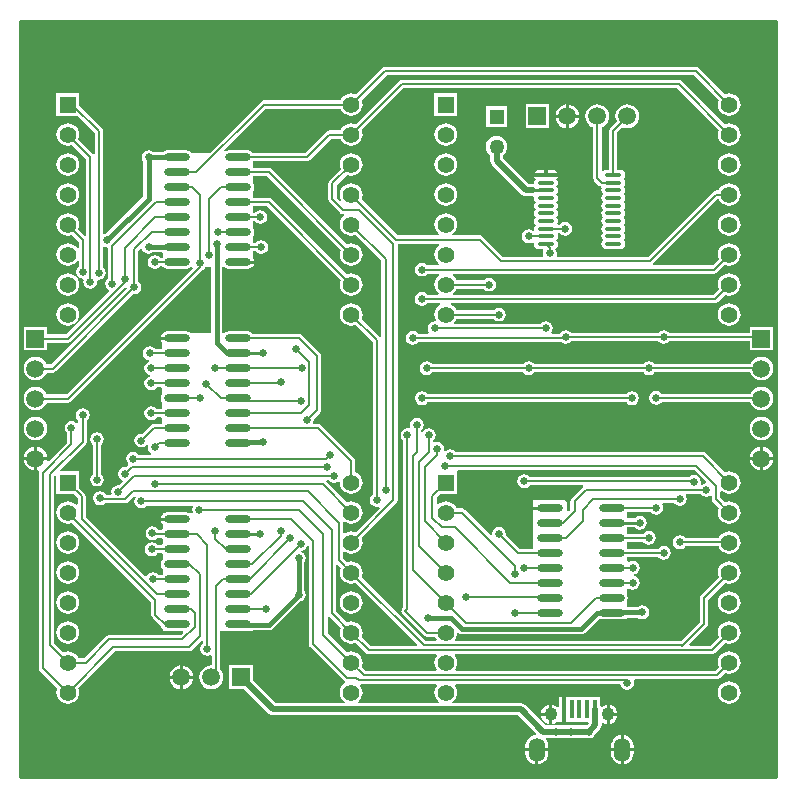
<source format=gbl>
G04 Layer_Physical_Order=2*
G04 Layer_Color=16711680*
%FSLAX25Y25*%
%MOIN*%
G70*
G01*
G75*
%ADD10C,0.00700*%
%ADD11C,0.01500*%
%ADD12C,0.02000*%
%ADD13C,0.01000*%
%ADD14O,0.05512X0.07874*%
%ADD15C,0.04331*%
%ADD16R,0.05905X0.05905*%
%ADD17C,0.05905*%
%ADD18C,0.05000*%
%ADD19R,0.05000X0.05000*%
%ADD20R,0.05905X0.05905*%
%ADD21C,0.05512*%
%ADD22R,0.05512X0.05512*%
%ADD23C,0.02559*%
%ADD24R,0.01575X0.06299*%
%ADD25O,0.08661X0.02362*%
%ADD26O,0.05905X0.01378*%
G36*
X252000Y0D02*
X0D01*
Y252000D01*
X252000D01*
Y0D01*
D02*
G37*
%LPC*%
G36*
X236244Y61788D02*
X235264Y61659D01*
X234350Y61281D01*
X233565Y60679D01*
X232963Y59894D01*
X232585Y58981D01*
X232456Y58000D01*
X232585Y57020D01*
X232963Y56106D01*
X233565Y55321D01*
X234350Y54719D01*
X235264Y54341D01*
X236244Y54212D01*
X237225Y54341D01*
X238138Y54719D01*
X238923Y55321D01*
X239525Y56106D01*
X239903Y57020D01*
X240032Y58000D01*
X239903Y58981D01*
X239525Y59894D01*
X238923Y60679D01*
X238138Y61281D01*
X237225Y61659D01*
X236244Y61788D01*
D02*
G37*
G36*
Y81788D02*
X235264Y81659D01*
X234350Y81281D01*
X233565Y80679D01*
X232963Y79894D01*
X232790Y79476D01*
X221622D01*
X221443Y79743D01*
X220689Y80247D01*
X219800Y80424D01*
X218911Y80247D01*
X218157Y79743D01*
X217653Y78989D01*
X217476Y78100D01*
X217653Y77211D01*
X218157Y76457D01*
X218911Y75953D01*
X219800Y75776D01*
X220689Y75953D01*
X221443Y76457D01*
X221622Y76724D01*
X232708D01*
X232963Y76106D01*
X233565Y75321D01*
X234350Y74719D01*
X235264Y74341D01*
X236244Y74212D01*
X237225Y74341D01*
X238138Y74719D01*
X238923Y75321D01*
X239525Y76106D01*
X239903Y77020D01*
X240032Y78000D01*
X239903Y78980D01*
X239525Y79894D01*
X238923Y80679D01*
X238138Y81281D01*
X237225Y81659D01*
X236244Y81788D01*
D02*
G37*
G36*
X25500Y114724D02*
X24611Y114547D01*
X23856Y114043D01*
X23353Y113289D01*
X23176Y112400D01*
X23353Y111511D01*
X23856Y110757D01*
X24124Y110578D01*
Y100822D01*
X23856Y100643D01*
X23353Y99889D01*
X23176Y99000D01*
X23353Y98111D01*
X23856Y97357D01*
X24611Y96853D01*
X25500Y96676D01*
X26389Y96853D01*
X27143Y97357D01*
X27647Y98111D01*
X27824Y99000D01*
X27647Y99889D01*
X27143Y100643D01*
X26876Y100822D01*
Y110578D01*
X27143Y110757D01*
X27647Y111511D01*
X27824Y112400D01*
X27647Y113289D01*
X27143Y114043D01*
X26389Y114547D01*
X25500Y114724D01*
D02*
G37*
G36*
X57521Y32600D02*
X54100D01*
Y29179D01*
X54632Y29249D01*
X55593Y29647D01*
X56419Y30281D01*
X57053Y31107D01*
X57451Y32068D01*
X57521Y32600D01*
D02*
G37*
G36*
X53100Y37021D02*
X52568Y36951D01*
X51607Y36553D01*
X50781Y35919D01*
X50147Y35093D01*
X49749Y34132D01*
X49679Y33600D01*
X53100D01*
Y37021D01*
D02*
G37*
G36*
X54100D02*
Y33600D01*
X57521D01*
X57451Y34132D01*
X57053Y35093D01*
X56419Y35919D01*
X55593Y36553D01*
X54632Y36951D01*
X54100Y37021D01*
D02*
G37*
G36*
X4500Y109921D02*
X3968Y109851D01*
X3007Y109453D01*
X2181Y108819D01*
X1547Y107993D01*
X1149Y107032D01*
X1079Y106500D01*
X4500D01*
Y109921D01*
D02*
G37*
G36*
X246500D02*
X245968Y109851D01*
X245007Y109453D01*
X244181Y108819D01*
X243547Y107993D01*
X243149Y107032D01*
X243079Y106500D01*
X246500D01*
Y109921D01*
D02*
G37*
G36*
X5500D02*
Y106500D01*
X8921D01*
X8851Y107032D01*
X8453Y107993D01*
X7819Y108819D01*
X6993Y109453D01*
X6032Y109851D01*
X5500Y109921D01*
D02*
G37*
G36*
X4500Y105500D02*
X1079D01*
X1149Y104968D01*
X1547Y104007D01*
X2181Y103181D01*
X3007Y102547D01*
X3968Y102149D01*
X4500Y102079D01*
Y105500D01*
D02*
G37*
G36*
X246500D02*
X243079D01*
X243149Y104968D01*
X243547Y104007D01*
X244181Y103181D01*
X245007Y102547D01*
X245968Y102149D01*
X246500Y102079D01*
Y105500D01*
D02*
G37*
G36*
X250921D02*
X247500D01*
Y102079D01*
X248032Y102149D01*
X248993Y102547D01*
X249819Y103181D01*
X250453Y104007D01*
X250851Y104968D01*
X250921Y105500D01*
D02*
G37*
G36*
X53100Y32600D02*
X49679D01*
X49749Y32068D01*
X50147Y31107D01*
X50781Y30281D01*
X51607Y29647D01*
X52568Y29249D01*
X53100Y29179D01*
Y32600D01*
D02*
G37*
G36*
X204413Y8428D02*
X201124D01*
Y4025D01*
X201605Y4088D01*
X202519Y4467D01*
X203303Y5068D01*
X203905Y5853D01*
X204284Y6767D01*
X204413Y7747D01*
Y8428D01*
D02*
G37*
G36*
X200124Y13832D02*
X199644Y13769D01*
X198730Y13390D01*
X197946Y12788D01*
X197344Y12004D01*
X196965Y11090D01*
X196836Y10109D01*
Y9428D01*
X200124D01*
Y13832D01*
D02*
G37*
G36*
X201124D02*
Y9428D01*
X204413D01*
Y10109D01*
X204284Y11090D01*
X203905Y12004D01*
X203303Y12788D01*
X202519Y13390D01*
X201605Y13769D01*
X201124Y13832D01*
D02*
G37*
G36*
X171581Y8428D02*
X168293D01*
Y7747D01*
X168422Y6767D01*
X168800Y5853D01*
X169402Y5068D01*
X170187Y4467D01*
X171101Y4088D01*
X171581Y4025D01*
Y8428D01*
D02*
G37*
G36*
X175869D02*
X172581D01*
Y4025D01*
X173062Y4088D01*
X173975Y4467D01*
X174760Y5068D01*
X175362Y5853D01*
X175740Y6767D01*
X175869Y7747D01*
Y8428D01*
D02*
G37*
G36*
X200124D02*
X196836D01*
Y7747D01*
X196965Y6767D01*
X197344Y5853D01*
X197946Y5068D01*
X198730Y4467D01*
X199644Y4088D01*
X200124Y4025D01*
Y8428D01*
D02*
G37*
G36*
X196347Y23877D02*
Y21250D01*
X198974D01*
X198931Y21576D01*
X198612Y22346D01*
X198105Y23008D01*
X197444Y23515D01*
X196674Y23834D01*
X196347Y23877D01*
D02*
G37*
G36*
X180582Y26550D02*
X179394D01*
Y23266D01*
X178894Y23096D01*
X178349Y23515D01*
X177579Y23834D01*
X177253Y23877D01*
Y20750D01*
Y17623D01*
X177579Y17666D01*
X178349Y17985D01*
X178894Y18404D01*
X179394Y18250D01*
Y18250D01*
X180582D01*
Y22400D01*
Y26550D01*
D02*
G37*
G36*
X236244Y31788D02*
X235264Y31659D01*
X234350Y31281D01*
X233565Y30679D01*
X232963Y29894D01*
X232585Y28980D01*
X232456Y28000D01*
X232585Y27020D01*
X232963Y26106D01*
X233565Y25321D01*
X234350Y24719D01*
X235264Y24341D01*
X236244Y24212D01*
X237225Y24341D01*
X238138Y24719D01*
X238923Y25321D01*
X239525Y26106D01*
X239903Y27020D01*
X240032Y28000D01*
X239903Y28980D01*
X239525Y29894D01*
X238923Y30679D01*
X238138Y31281D01*
X237225Y31659D01*
X236244Y31788D01*
D02*
G37*
G36*
X176253Y20250D02*
X173626D01*
X173669Y19924D01*
X173988Y19154D01*
X174495Y18492D01*
X175156Y17985D01*
X175926Y17666D01*
X176253Y17623D01*
Y20250D01*
D02*
G37*
G36*
X198974D02*
X196347D01*
Y17623D01*
X196674Y17666D01*
X197444Y17985D01*
X198105Y18492D01*
X198612Y19154D01*
X198931Y19924D01*
X198974Y20250D01*
D02*
G37*
G36*
X176253Y23877D02*
X175926Y23834D01*
X175156Y23515D01*
X174495Y23008D01*
X173988Y22346D01*
X173669Y21576D01*
X173626Y21250D01*
X176253D01*
Y23877D01*
D02*
G37*
G36*
X247500Y109921D02*
Y106500D01*
X250921D01*
X250851Y107032D01*
X250453Y107993D01*
X249819Y108819D01*
X248993Y109453D01*
X248032Y109851D01*
X247500Y109921D01*
D02*
G37*
G36*
X176253Y224059D02*
X168347D01*
Y216154D01*
X176253D01*
Y224059D01*
D02*
G37*
G36*
X141756Y217788D02*
X140775Y217659D01*
X139862Y217281D01*
X139077Y216679D01*
X138475Y215894D01*
X138097Y214981D01*
X137968Y214000D01*
X138097Y213019D01*
X138475Y212106D01*
X139077Y211321D01*
X139862Y210719D01*
X140775Y210341D01*
X141756Y210212D01*
X142736Y210341D01*
X143650Y210719D01*
X144435Y211321D01*
X145037Y212106D01*
X145415Y213019D01*
X145544Y214000D01*
X145415Y214981D01*
X145037Y215894D01*
X144435Y216679D01*
X143650Y217281D01*
X142736Y217659D01*
X141756Y217788D01*
D02*
G37*
G36*
X15756Y197788D02*
X14775Y197659D01*
X13862Y197281D01*
X13077Y196679D01*
X12475Y195894D01*
X12097Y194981D01*
X11968Y194000D01*
X12097Y193019D01*
X12475Y192106D01*
X13077Y191321D01*
X13862Y190719D01*
X14775Y190341D01*
X15756Y190212D01*
X16736Y190341D01*
X17650Y190719D01*
X18435Y191321D01*
X19037Y192106D01*
X19415Y193019D01*
X19544Y194000D01*
X19415Y194981D01*
X19037Y195894D01*
X18435Y196679D01*
X17650Y197281D01*
X16736Y197659D01*
X15756Y197788D01*
D02*
G37*
G36*
X162200Y223500D02*
X155200D01*
Y216500D01*
X162200D01*
Y223500D01*
D02*
G37*
G36*
X186221Y219606D02*
X182800D01*
Y216185D01*
X183332Y216255D01*
X184293Y216654D01*
X185119Y217287D01*
X185753Y218113D01*
X186151Y219074D01*
X186221Y219606D01*
D02*
G37*
G36*
X181800D02*
X178379D01*
X178449Y219074D01*
X178847Y218113D01*
X179481Y217287D01*
X180307Y216654D01*
X181268Y216255D01*
X181800Y216185D01*
Y219606D01*
D02*
G37*
G36*
X141756Y197788D02*
X140775Y197659D01*
X139862Y197281D01*
X139077Y196679D01*
X138475Y195894D01*
X138097Y194981D01*
X137968Y194000D01*
X138097Y193019D01*
X138475Y192106D01*
X139077Y191321D01*
X139862Y190719D01*
X140775Y190341D01*
X141756Y190212D01*
X142736Y190341D01*
X143650Y190719D01*
X144435Y191321D01*
X145037Y192106D01*
X145415Y193019D01*
X145544Y194000D01*
X145415Y194981D01*
X145037Y195894D01*
X144435Y196679D01*
X143650Y197281D01*
X142736Y197659D01*
X141756Y197788D01*
D02*
G37*
G36*
X236244Y207788D02*
X235264Y207659D01*
X234350Y207281D01*
X233565Y206679D01*
X232963Y205894D01*
X232585Y204980D01*
X232456Y204000D01*
X232585Y203019D01*
X232963Y202106D01*
X233565Y201321D01*
X234350Y200719D01*
X235264Y200341D01*
X236244Y200212D01*
X237225Y200341D01*
X238138Y200719D01*
X238923Y201321D01*
X239525Y202106D01*
X239903Y203019D01*
X240032Y204000D01*
X239903Y204980D01*
X239525Y205894D01*
X238923Y206679D01*
X238138Y207281D01*
X237225Y207659D01*
X236244Y207788D01*
D02*
G37*
G36*
X174586Y202238D02*
X172922D01*
X172263Y202107D01*
X171704Y201733D01*
X171331Y201175D01*
X171319Y201116D01*
X174586D01*
Y202238D01*
D02*
G37*
G36*
X177450D02*
X175786D01*
Y201116D01*
X179052D01*
X179041Y201175D01*
X178667Y201733D01*
X178109Y202107D01*
X177450Y202238D01*
D02*
G37*
G36*
X15756Y207788D02*
X14775Y207659D01*
X13862Y207281D01*
X13077Y206679D01*
X12475Y205894D01*
X12097Y204980D01*
X11968Y204000D01*
X12097Y203019D01*
X12475Y202106D01*
X13077Y201321D01*
X13862Y200719D01*
X14775Y200341D01*
X15756Y200212D01*
X16736Y200341D01*
X17650Y200719D01*
X18435Y201321D01*
X19037Y202106D01*
X19415Y203019D01*
X19544Y204000D01*
X19415Y204980D01*
X19037Y205894D01*
X18435Y206679D01*
X17650Y207281D01*
X16736Y207659D01*
X15756Y207788D01*
D02*
G37*
G36*
X141756D02*
X140775Y207659D01*
X139862Y207281D01*
X139077Y206679D01*
X138475Y205894D01*
X138097Y204980D01*
X137968Y204000D01*
X138097Y203019D01*
X138475Y202106D01*
X139077Y201321D01*
X139862Y200719D01*
X140775Y200341D01*
X141756Y200212D01*
X142736Y200341D01*
X143650Y200719D01*
X144435Y201321D01*
X145037Y202106D01*
X145415Y203019D01*
X145544Y204000D01*
X145415Y204980D01*
X145037Y205894D01*
X144435Y206679D01*
X143650Y207281D01*
X142736Y207659D01*
X141756Y207788D01*
D02*
G37*
G36*
X202300Y224093D02*
X201268Y223957D01*
X200307Y223559D01*
X199481Y222925D01*
X198847Y222100D01*
X198449Y221138D01*
X198313Y220106D01*
X198449Y219074D01*
X198736Y218382D01*
X196653Y216300D01*
X196355Y215854D01*
X196250Y215327D01*
Y202238D01*
X195363D01*
X194704Y202107D01*
X194176Y201754D01*
X194011Y201790D01*
X193676Y201932D01*
Y216398D01*
X194293Y216654D01*
X195119Y217287D01*
X195753Y218113D01*
X196151Y219074D01*
X196287Y220106D01*
X196151Y221138D01*
X195753Y222100D01*
X195119Y222925D01*
X194293Y223559D01*
X193332Y223957D01*
X192300Y224093D01*
X191268Y223957D01*
X190307Y223559D01*
X189481Y222925D01*
X188847Y222100D01*
X188449Y221138D01*
X188313Y220106D01*
X188449Y219074D01*
X188847Y218113D01*
X189481Y217287D01*
X190307Y216654D01*
X190924Y216398D01*
Y199600D01*
X191028Y199073D01*
X191327Y198627D01*
X192970Y196983D01*
X193417Y196685D01*
X193570Y196654D01*
X193800Y196099D01*
X193772Y196057D01*
X193641Y195398D01*
X193772Y194739D01*
X194145Y194180D01*
Y194056D01*
X193772Y193498D01*
X193641Y192839D01*
X193772Y192180D01*
X194145Y191621D01*
Y191497D01*
X193772Y190938D01*
X193641Y190279D01*
X193772Y189620D01*
X194145Y189062D01*
Y188938D01*
X193772Y188380D01*
X193641Y187721D01*
X193772Y187062D01*
X193925Y186833D01*
X194115Y186441D01*
X193925Y186049D01*
X193772Y185820D01*
X193641Y185161D01*
X193772Y184502D01*
X194145Y183944D01*
Y183820D01*
X193772Y183261D01*
X193641Y182602D01*
X193772Y181943D01*
X194145Y181385D01*
Y181261D01*
X193772Y180702D01*
X193641Y180043D01*
X193772Y179384D01*
X194145Y178826D01*
Y178702D01*
X193772Y178143D01*
X193641Y177484D01*
X193772Y176825D01*
X194145Y176267D01*
X194704Y175893D01*
X195363Y175762D01*
X199891D01*
X200550Y175893D01*
X201108Y176267D01*
X201482Y176825D01*
X201613Y177484D01*
X201482Y178143D01*
X201108Y178702D01*
Y178826D01*
X201482Y179384D01*
X201613Y180043D01*
X201482Y180702D01*
X201108Y181261D01*
Y181385D01*
X201482Y181943D01*
X201613Y182602D01*
X201482Y183261D01*
X201108Y183820D01*
Y183944D01*
X201482Y184502D01*
X201613Y185161D01*
X201482Y185820D01*
X201329Y186049D01*
X201138Y186441D01*
X201329Y186833D01*
X201482Y187062D01*
X201613Y187721D01*
X201482Y188380D01*
X201108Y188938D01*
Y189062D01*
X201482Y189620D01*
X201613Y190279D01*
X201482Y190938D01*
X201108Y191497D01*
Y191621D01*
X201482Y192180D01*
X201613Y192839D01*
X201482Y193498D01*
X201108Y194056D01*
Y194180D01*
X201482Y194739D01*
X201613Y195398D01*
X201482Y196057D01*
X201108Y196615D01*
Y196739D01*
X201482Y197298D01*
X201613Y197957D01*
X201482Y198616D01*
X201108Y199174D01*
Y199298D01*
X201482Y199857D01*
X201613Y200516D01*
X201482Y201175D01*
X201108Y201733D01*
X200550Y202107D01*
X199891Y202238D01*
X199003D01*
Y214757D01*
X200726Y216480D01*
X201268Y216255D01*
X202300Y216119D01*
X203332Y216255D01*
X204293Y216654D01*
X205119Y217287D01*
X205753Y218113D01*
X206151Y219074D01*
X206287Y220106D01*
X206151Y221138D01*
X205753Y222100D01*
X205119Y222925D01*
X204293Y223559D01*
X203332Y223957D01*
X202300Y224093D01*
D02*
G37*
G36*
X247000Y129987D02*
X245968Y129851D01*
X245007Y129453D01*
X244181Y128819D01*
X243547Y127993D01*
X243375Y127576D01*
X213722D01*
X213543Y127843D01*
X212789Y128347D01*
X211900Y128524D01*
X211011Y128347D01*
X210257Y127843D01*
X209753Y127089D01*
X209576Y126200D01*
X209753Y125311D01*
X210257Y124557D01*
X211011Y124053D01*
X211900Y123876D01*
X212789Y124053D01*
X213543Y124557D01*
X213722Y124824D01*
X243209D01*
X243547Y124007D01*
X244181Y123181D01*
X245007Y122547D01*
X245968Y122149D01*
X247000Y122013D01*
X248032Y122149D01*
X248993Y122547D01*
X249819Y123181D01*
X250453Y124007D01*
X250851Y124968D01*
X250987Y126000D01*
X250851Y127032D01*
X250453Y127993D01*
X249819Y128819D01*
X248993Y129453D01*
X248032Y129851D01*
X247000Y129987D01*
D02*
G37*
G36*
Y139987D02*
X245968Y139851D01*
X245007Y139453D01*
X244181Y138819D01*
X243547Y137993D01*
X243354Y137526D01*
X211322D01*
X211143Y137794D01*
X210389Y138297D01*
X209500Y138474D01*
X208611Y138297D01*
X207857Y137794D01*
X207678Y137526D01*
X171222D01*
X171044Y137794D01*
X170289Y138297D01*
X169400Y138474D01*
X168511Y138297D01*
X167756Y137794D01*
X167578Y137526D01*
X137272D01*
X137093Y137794D01*
X136339Y138297D01*
X135450Y138474D01*
X134561Y138297D01*
X133807Y137794D01*
X133303Y137039D01*
X133126Y136150D01*
X133303Y135261D01*
X133807Y134506D01*
X134561Y134003D01*
X135450Y133826D01*
X136339Y134003D01*
X137093Y134506D01*
X137272Y134774D01*
X167578D01*
X167756Y134506D01*
X168511Y134003D01*
X169400Y133826D01*
X170289Y134003D01*
X171044Y134506D01*
X171222Y134774D01*
X207678D01*
X207857Y134506D01*
X208611Y134003D01*
X209500Y133826D01*
X210389Y134003D01*
X211143Y134506D01*
X211322Y134774D01*
X243230D01*
X243547Y134007D01*
X244181Y133181D01*
X245007Y132547D01*
X245968Y132149D01*
X247000Y132013D01*
X248032Y132149D01*
X248993Y132547D01*
X249819Y133181D01*
X250453Y134007D01*
X250851Y134968D01*
X250987Y136000D01*
X250851Y137032D01*
X250453Y137993D01*
X249819Y138819D01*
X248993Y139453D01*
X248032Y139851D01*
X247000Y139987D01*
D02*
G37*
G36*
X15756Y157788D02*
X14775Y157659D01*
X13862Y157281D01*
X13077Y156679D01*
X12475Y155894D01*
X12097Y154981D01*
X11968Y154000D01*
X12097Y153019D01*
X12475Y152106D01*
X13077Y151321D01*
X13862Y150719D01*
X14775Y150341D01*
X15756Y150212D01*
X16736Y150341D01*
X17650Y150719D01*
X18435Y151321D01*
X19037Y152106D01*
X19415Y153019D01*
X19544Y154000D01*
X19415Y154981D01*
X19037Y155894D01*
X18435Y156679D01*
X17650Y157281D01*
X16736Y157659D01*
X15756Y157788D01*
D02*
G37*
G36*
X5000Y119987D02*
X3968Y119851D01*
X3007Y119453D01*
X2181Y118819D01*
X1547Y117993D01*
X1149Y117032D01*
X1013Y116000D01*
X1149Y114968D01*
X1547Y114007D01*
X2181Y113181D01*
X3007Y112547D01*
X3968Y112149D01*
X5000Y112013D01*
X6032Y112149D01*
X6993Y112547D01*
X7819Y113181D01*
X8453Y114007D01*
X8851Y114968D01*
X8987Y116000D01*
X8851Y117032D01*
X8453Y117993D01*
X7819Y118819D01*
X6993Y119453D01*
X6032Y119851D01*
X5000Y119987D01*
D02*
G37*
G36*
X247000D02*
X245968Y119851D01*
X245007Y119453D01*
X244181Y118819D01*
X243547Y117993D01*
X243149Y117032D01*
X243013Y116000D01*
X243149Y114968D01*
X243547Y114007D01*
X244181Y113181D01*
X245007Y112547D01*
X245968Y112149D01*
X247000Y112013D01*
X248032Y112149D01*
X248993Y112547D01*
X249819Y113181D01*
X250453Y114007D01*
X250851Y114968D01*
X250987Y116000D01*
X250851Y117032D01*
X250453Y117993D01*
X249819Y118819D01*
X248993Y119453D01*
X248032Y119851D01*
X247000Y119987D01*
D02*
G37*
G36*
X203850Y128474D02*
X202961Y128297D01*
X202206Y127794D01*
X202028Y127526D01*
X135672D01*
X135494Y127794D01*
X134739Y128297D01*
X133850Y128474D01*
X132961Y128297D01*
X132206Y127794D01*
X131703Y127039D01*
X131526Y126150D01*
X131703Y125261D01*
X132206Y124506D01*
X132961Y124003D01*
X133850Y123826D01*
X134739Y124003D01*
X135494Y124506D01*
X135672Y124774D01*
X202028D01*
X202206Y124506D01*
X202961Y124003D01*
X203850Y123826D01*
X204739Y124003D01*
X205493Y124506D01*
X205997Y125261D01*
X206174Y126150D01*
X205997Y127039D01*
X205493Y127794D01*
X204739Y128297D01*
X203850Y128474D01*
D02*
G37*
G36*
X182800Y224027D02*
Y220606D01*
X186221D01*
X186151Y221138D01*
X185753Y222100D01*
X185119Y222925D01*
X184293Y223559D01*
X183332Y223957D01*
X182800Y224027D01*
D02*
G37*
G36*
X145512Y227756D02*
X138000D01*
Y220244D01*
X145512D01*
Y227756D01*
D02*
G37*
G36*
X225044Y236577D02*
X121444D01*
X120917Y236472D01*
X120471Y236173D01*
X111742Y227445D01*
X111225Y227659D01*
X110244Y227788D01*
X109264Y227659D01*
X108350Y227281D01*
X107565Y226679D01*
X106963Y225894D01*
X106749Y225377D01*
X81100D01*
X80573Y225272D01*
X80127Y224973D01*
X63030Y207876D01*
X56917D01*
X56786Y208072D01*
X56064Y208555D01*
X55213Y208724D01*
X48914D01*
X48063Y208555D01*
X47659Y208284D01*
X44133D01*
X43589Y208647D01*
X42700Y208824D01*
X41811Y208647D01*
X41057Y208143D01*
X40553Y207389D01*
X40376Y206500D01*
X40553Y205611D01*
X40916Y205067D01*
Y193339D01*
X28651Y181075D01*
X28011Y180947D01*
X27917Y180885D01*
X27476Y181121D01*
Y215200D01*
X27372Y215727D01*
X27073Y216173D01*
X19512Y223735D01*
Y227756D01*
X12000D01*
Y220244D01*
X19109D01*
X24724Y214630D01*
Y207655D01*
X24430Y207508D01*
X24224Y207479D01*
X19201Y212502D01*
X19415Y213019D01*
X19544Y214000D01*
X19415Y214981D01*
X19037Y215894D01*
X18435Y216679D01*
X17650Y217281D01*
X16736Y217659D01*
X15756Y217788D01*
X14775Y217659D01*
X13862Y217281D01*
X13077Y216679D01*
X12475Y215894D01*
X12097Y214981D01*
X11968Y214000D01*
X12097Y213019D01*
X12475Y212106D01*
X13077Y211321D01*
X13862Y210719D01*
X14775Y210341D01*
X15756Y210212D01*
X16736Y210341D01*
X17254Y210555D01*
X21924Y205886D01*
Y180486D01*
X21424Y180279D01*
X19201Y182502D01*
X19415Y183019D01*
X19544Y184000D01*
X19415Y184980D01*
X19037Y185894D01*
X18435Y186679D01*
X17650Y187281D01*
X16736Y187659D01*
X15756Y187788D01*
X14775Y187659D01*
X13862Y187281D01*
X13077Y186679D01*
X12475Y185894D01*
X12097Y184980D01*
X11968Y184000D01*
X12097Y183019D01*
X12475Y182106D01*
X13077Y181321D01*
X13862Y180719D01*
X14775Y180341D01*
X15756Y180212D01*
X16736Y180341D01*
X17254Y180555D01*
X19524Y178286D01*
Y176034D01*
X19073Y175906D01*
X19024Y175911D01*
X18435Y176679D01*
X17650Y177281D01*
X16736Y177659D01*
X15756Y177788D01*
X14775Y177659D01*
X13862Y177281D01*
X13077Y176679D01*
X12475Y175894D01*
X12097Y174980D01*
X11968Y174000D01*
X12097Y173020D01*
X12475Y172106D01*
X13077Y171321D01*
X13862Y170719D01*
X14775Y170341D01*
X15756Y170212D01*
X16736Y170341D01*
X17650Y170719D01*
X18435Y171321D01*
X19024Y172089D01*
X19073Y172094D01*
X19524Y171966D01*
Y170022D01*
X19256Y169843D01*
X18753Y169089D01*
X18576Y168200D01*
X18753Y167311D01*
X19256Y166557D01*
X20011Y166053D01*
X20707Y165914D01*
X20906Y165858D01*
X21076Y165401D01*
X20976Y164900D01*
X21153Y164011D01*
X21656Y163257D01*
X22411Y162753D01*
X23300Y162576D01*
X24189Y162753D01*
X24943Y163257D01*
X25447Y164011D01*
X25624Y164900D01*
X25552Y165261D01*
X25906Y165614D01*
X26100Y165576D01*
X26989Y165753D01*
X27744Y166256D01*
X28247Y167011D01*
X28424Y167900D01*
X28247Y168789D01*
X27744Y169544D01*
X27476Y169722D01*
Y176479D01*
X27917Y176715D01*
X28011Y176653D01*
X28900Y176476D01*
X29224Y176210D01*
Y166122D01*
X28956Y165944D01*
X28453Y165189D01*
X28276Y164300D01*
X28453Y163411D01*
X28956Y162656D01*
X29524Y162277D01*
X29648Y161694D01*
X15330Y147376D01*
X8953D01*
Y149953D01*
X1047D01*
Y142047D01*
X8953D01*
Y144624D01*
X15900D01*
X16427Y144728D01*
X16873Y145027D01*
X34883Y163036D01*
X35409Y162856D01*
X35443Y162589D01*
X10230Y137376D01*
X8708D01*
X8453Y137993D01*
X7819Y138819D01*
X6993Y139453D01*
X6032Y139851D01*
X5000Y139987D01*
X3968Y139851D01*
X3007Y139453D01*
X2181Y138819D01*
X1547Y137993D01*
X1149Y137032D01*
X1013Y136000D01*
X1149Y134968D01*
X1547Y134007D01*
X2181Y133181D01*
X3007Y132547D01*
X3968Y132149D01*
X5000Y132013D01*
X6032Y132149D01*
X6993Y132547D01*
X7819Y133181D01*
X8453Y134007D01*
X8708Y134624D01*
X10800D01*
X11327Y134728D01*
X11773Y135027D01*
X37585Y160838D01*
X37900Y160776D01*
X38789Y160953D01*
X39544Y161457D01*
X40047Y162211D01*
X40224Y163100D01*
X40047Y163989D01*
X39544Y164743D01*
X39276Y164922D01*
Y175130D01*
X40046Y175899D01*
X40524Y175754D01*
X40553Y175611D01*
X41057Y174856D01*
X41811Y174353D01*
X42700Y174176D01*
X43589Y174353D01*
X44133Y174716D01*
X47120D01*
X47473Y174361D01*
X47466Y173155D01*
X47342Y173073D01*
X47211Y172876D01*
X46622D01*
X46443Y173143D01*
X45689Y173647D01*
X44800Y173824D01*
X43911Y173647D01*
X43156Y173143D01*
X42653Y172389D01*
X42476Y171500D01*
X42653Y170611D01*
X43156Y169857D01*
X43911Y169353D01*
X44800Y169176D01*
X45689Y169353D01*
X46443Y169857D01*
X46570Y170046D01*
X47089Y170103D01*
X47339Y169931D01*
X47342Y169928D01*
X47448Y169857D01*
X47448Y169857D01*
X48063Y169445D01*
X48914Y169276D01*
X55213D01*
X56064Y169445D01*
X56680Y169857D01*
X57257D01*
X57448Y169395D01*
X15430Y127376D01*
X8708D01*
X8453Y127993D01*
X7819Y128819D01*
X6993Y129453D01*
X6032Y129851D01*
X5000Y129987D01*
X3968Y129851D01*
X3007Y129453D01*
X2181Y128819D01*
X1547Y127993D01*
X1149Y127032D01*
X1013Y126000D01*
X1149Y124968D01*
X1547Y124007D01*
X2181Y123181D01*
X3007Y122547D01*
X3968Y122149D01*
X5000Y122013D01*
X6032Y122149D01*
X6993Y122547D01*
X7819Y123181D01*
X8453Y124007D01*
X8708Y124624D01*
X16000D01*
X16527Y124728D01*
X16973Y125027D01*
X60773Y168827D01*
X60773Y168827D01*
X61072Y169273D01*
X61080Y169314D01*
X61443Y169556D01*
X61644Y169857D01*
X63645D01*
Y147722D01*
X56786D01*
X56064Y148205D01*
X55213Y148374D01*
X48914D01*
X48063Y148205D01*
X47342Y147722D01*
X46860Y147001D01*
X46690Y146150D01*
X46860Y145299D01*
X47316Y144615D01*
X47300Y142661D01*
X47211Y142526D01*
X44872D01*
X44693Y142794D01*
X43939Y143297D01*
X43050Y143474D01*
X42161Y143297D01*
X41407Y142794D01*
X40903Y142039D01*
X40726Y141150D01*
X40903Y140261D01*
X41407Y139506D01*
X42161Y139003D01*
X42952Y138845D01*
Y138335D01*
X42761Y138297D01*
X42006Y137794D01*
X41503Y137039D01*
X41326Y136150D01*
X41503Y135261D01*
X42006Y134506D01*
X42761Y134003D01*
X43252Y133905D01*
Y133395D01*
X42761Y133297D01*
X42006Y132793D01*
X41503Y132039D01*
X41326Y131150D01*
X41503Y130261D01*
X42006Y129507D01*
X42761Y129003D01*
X43650Y128826D01*
X44539Y129003D01*
X45294Y129507D01*
X45472Y129774D01*
X46840D01*
X47192Y129419D01*
X47177Y127476D01*
X46860Y127001D01*
X46690Y126150D01*
X46860Y125299D01*
X47155Y124856D01*
X47136Y122526D01*
X45472D01*
X45294Y122793D01*
X44539Y123297D01*
X43650Y123474D01*
X42761Y123297D01*
X42006Y122793D01*
X41503Y122039D01*
X41326Y121150D01*
X41503Y120261D01*
X42006Y119507D01*
X42761Y119003D01*
X43650Y118826D01*
X44539Y119003D01*
X45294Y119507D01*
X45472Y119774D01*
X46759D01*
X47111Y119419D01*
X47096Y117526D01*
X44450D01*
X44450Y117526D01*
X43923Y117422D01*
X43477Y117123D01*
X43477Y117123D01*
X40615Y114261D01*
X40300Y114324D01*
X39411Y114147D01*
X38656Y113644D01*
X38153Y112889D01*
X37976Y112000D01*
X38153Y111111D01*
X38656Y110356D01*
X39411Y109853D01*
X40300Y109676D01*
X41189Y109853D01*
X41943Y110356D01*
X42162Y110683D01*
X42632Y110488D01*
X42476Y109700D01*
X42653Y108811D01*
X43156Y108056D01*
X43576Y107776D01*
X43424Y107276D01*
X39422D01*
X39244Y107544D01*
X38489Y108047D01*
X37600Y108224D01*
X36711Y108047D01*
X35956Y107544D01*
X35453Y106789D01*
X35276Y105900D01*
X35453Y105011D01*
X35855Y104409D01*
X35956Y104256D01*
X35843Y103731D01*
X35245Y103132D01*
X34929Y103195D01*
X34040Y103018D01*
X33286Y102514D01*
X32782Y101760D01*
X32605Y100871D01*
X32782Y99981D01*
X33286Y99227D01*
X33911Y98809D01*
X34058Y98249D01*
X32915Y97106D01*
X32600Y97168D01*
X31711Y96991D01*
X30957Y96487D01*
X30453Y95733D01*
X30276Y94844D01*
X30366Y94391D01*
X29956Y93891D01*
X28513D01*
X28144Y94443D01*
X27389Y94947D01*
X26500Y95124D01*
X25611Y94947D01*
X24857Y94443D01*
X24353Y93689D01*
X24176Y92800D01*
X24353Y91911D01*
X24857Y91157D01*
X25611Y90653D01*
X26500Y90476D01*
X27389Y90653D01*
X28116Y91138D01*
X34892D01*
X35419Y91243D01*
X35866Y91541D01*
X37926Y93602D01*
X38244Y93557D01*
X38458Y93047D01*
X38153Y92589D01*
X37976Y91700D01*
X38153Y90811D01*
X38656Y90057D01*
X39411Y89553D01*
X40300Y89376D01*
X41189Y89553D01*
X41943Y90057D01*
X42122Y90324D01*
X57377D01*
X57613Y89883D01*
X57484Y89689D01*
X57307Y88800D01*
X57426Y88200D01*
X57069Y87700D01*
X56296D01*
X56064Y87854D01*
X55213Y88024D01*
X48914D01*
X48063Y87854D01*
X47832Y87700D01*
X47669D01*
X47342Y87372D01*
X46860Y86651D01*
X46690Y85800D01*
X46860Y84949D01*
X47342Y84228D01*
X47355Y84219D01*
X47361Y82614D01*
X46949Y82176D01*
X46022D01*
X45643Y82743D01*
X44889Y83247D01*
X44000Y83424D01*
X43111Y83247D01*
X42357Y82743D01*
X41853Y81989D01*
X41676Y81100D01*
X41853Y80211D01*
X42357Y79457D01*
X43111Y78953D01*
X44000Y78776D01*
X44889Y78953D01*
X45594Y79424D01*
X47211D01*
X47342Y79228D01*
X47375Y79205D01*
X47381Y77606D01*
X46975Y77176D01*
X45622D01*
X45443Y77443D01*
X44689Y77947D01*
X43800Y78124D01*
X42911Y77947D01*
X42156Y77443D01*
X41653Y76689D01*
X41476Y75800D01*
X41653Y74911D01*
X42156Y74157D01*
X42911Y73653D01*
X43800Y73476D01*
X44689Y73653D01*
X45443Y74157D01*
X45622Y74424D01*
X47211D01*
X47342Y74227D01*
X47395Y74192D01*
X47403Y72413D01*
X47342Y72373D01*
X46860Y71651D01*
X46690Y70800D01*
X46860Y69949D01*
X47342Y69227D01*
X47416Y69178D01*
X47422Y67589D01*
X47027Y67176D01*
X46022D01*
X45843Y67443D01*
X45089Y67947D01*
X44200Y68124D01*
X43311Y67947D01*
X42557Y67443D01*
X42097Y66756D01*
X41578Y66569D01*
X21776Y86370D01*
Y93356D01*
X21777Y93356D01*
X21672Y93883D01*
X21373Y94329D01*
X21373Y94329D01*
X19512Y96191D01*
Y101756D01*
X13456D01*
X13264Y102218D01*
X21673Y110627D01*
X21972Y111073D01*
X22076Y111600D01*
X22076Y111600D01*
Y118678D01*
X22343Y118857D01*
X22847Y119611D01*
X23024Y120500D01*
X22847Y121389D01*
X22343Y122143D01*
X21589Y122647D01*
X20700Y122824D01*
X19811Y122647D01*
X19057Y122143D01*
X18553Y121389D01*
X18376Y120500D01*
X18553Y119611D01*
X19057Y118857D01*
X19324Y118678D01*
Y117826D01*
X18824Y117674D01*
X18643Y117944D01*
X17889Y118447D01*
X17000Y118624D01*
X16111Y118447D01*
X15357Y117944D01*
X14853Y117189D01*
X14676Y116300D01*
X14853Y115411D01*
X15357Y114656D01*
X15624Y114478D01*
Y111270D01*
X9360Y105007D01*
X8887Y105241D01*
X8921Y105500D01*
X5500D01*
Y102079D01*
X5934Y102136D01*
X6141Y101974D01*
X6154Y101959D01*
X6307Y101722D01*
X6224Y101300D01*
Y36156D01*
X6328Y35629D01*
X6627Y35183D01*
X12311Y29498D01*
X12097Y28980D01*
X11968Y28000D01*
X12097Y27020D01*
X12475Y26106D01*
X13077Y25321D01*
X13862Y24719D01*
X14775Y24341D01*
X15756Y24212D01*
X16736Y24341D01*
X17650Y24719D01*
X18435Y25321D01*
X19037Y26106D01*
X19415Y27020D01*
X19544Y28000D01*
X19415Y28980D01*
X19201Y29498D01*
X31526Y41824D01*
X56200D01*
X56727Y41928D01*
X57173Y42227D01*
X60424Y45477D01*
X60924Y45270D01*
Y44322D01*
X60657Y44144D01*
X60153Y43389D01*
X59976Y42500D01*
X60153Y41611D01*
X60657Y40857D01*
X61411Y40353D01*
X62300Y40176D01*
X63189Y40353D01*
X63383Y40482D01*
X63824Y40246D01*
Y37283D01*
X63600Y37087D01*
X62568Y36951D01*
X61607Y36553D01*
X60781Y35919D01*
X60147Y35093D01*
X59749Y34132D01*
X59613Y33100D01*
X59749Y32068D01*
X60147Y31107D01*
X60781Y30281D01*
X61607Y29647D01*
X62568Y29249D01*
X63600Y29113D01*
X64632Y29249D01*
X65593Y29647D01*
X66419Y30281D01*
X67053Y31107D01*
X67451Y32068D01*
X67587Y33100D01*
X67451Y34132D01*
X67053Y35093D01*
X66576Y35714D01*
Y48400D01*
X77400D01*
Y48816D01*
X82700D01*
X83383Y48952D01*
X83962Y49338D01*
X92949Y58325D01*
X93589Y58453D01*
X94343Y58957D01*
X94847Y59711D01*
X95024Y60600D01*
X94847Y61489D01*
X94484Y62033D01*
Y71267D01*
X94847Y71811D01*
X95024Y72700D01*
X94847Y73589D01*
X94343Y74343D01*
X93663Y74798D01*
X93656Y75096D01*
X93715Y75319D01*
X94389Y75453D01*
X95143Y75957D01*
X95647Y76711D01*
X95724Y77094D01*
X96224Y77045D01*
Y44100D01*
X96328Y43573D01*
X96627Y43127D01*
X107727Y32027D01*
X108173Y31728D01*
X108217Y31618D01*
X108249Y31203D01*
X107565Y30679D01*
X106963Y29894D01*
X106585Y28980D01*
X106456Y28000D01*
X106585Y27020D01*
X106963Y26106D01*
X107565Y25321D01*
X108063Y24939D01*
X107894Y24439D01*
X85145D01*
X77553Y32031D01*
Y37053D01*
X69647D01*
Y29147D01*
X74669D01*
X82858Y20958D01*
X82858Y20958D01*
X83520Y20516D01*
X84300Y20361D01*
X84300Y20361D01*
X165955D01*
X171933Y14383D01*
X171754Y13855D01*
X171101Y13769D01*
X170187Y13390D01*
X169402Y12788D01*
X168800Y12004D01*
X168422Y11090D01*
X168293Y10109D01*
Y9428D01*
X175869D01*
Y10109D01*
X175740Y11090D01*
X175362Y12004D01*
X175011Y12461D01*
X175258Y12961D01*
X177449D01*
X177611Y12853D01*
X178500Y12676D01*
X179389Y12853D01*
X179551Y12961D01*
X182449D01*
X182611Y12853D01*
X183500Y12676D01*
X184389Y12853D01*
X184551Y12961D01*
X188449D01*
X188611Y12853D01*
X189500Y12676D01*
X190389Y12853D01*
X191144Y13356D01*
X191647Y14111D01*
X191685Y14301D01*
X193088Y15705D01*
X193530Y16366D01*
X193686Y17146D01*
Y17854D01*
X194134Y18075D01*
X194251Y17985D01*
X195021Y17666D01*
X195347Y17623D01*
Y20750D01*
Y23877D01*
X195021Y23834D01*
X194251Y23515D01*
X193994Y23318D01*
X193961Y23308D01*
X193349Y23453D01*
X193205Y23667D01*
Y26550D01*
X181782D01*
Y22400D01*
Y18250D01*
X189159D01*
X189367Y17750D01*
X188801Y17185D01*
X188611Y17147D01*
X188449Y17039D01*
X184551D01*
X184389Y17147D01*
X183500Y17324D01*
X182611Y17147D01*
X182449Y17039D01*
X179551D01*
X179389Y17147D01*
X178500Y17324D01*
X177611Y17147D01*
X177449Y17039D01*
X175045D01*
X168242Y23842D01*
X167580Y24284D01*
X166800Y24439D01*
X144106D01*
X143937Y24939D01*
X144435Y25321D01*
X145037Y26106D01*
X145415Y27020D01*
X145544Y28000D01*
X145415Y28980D01*
X145037Y29894D01*
X144779Y30229D01*
X145026Y30729D01*
X199989D01*
X200053Y30411D01*
X200556Y29656D01*
X201311Y29153D01*
X202200Y28976D01*
X203089Y29153D01*
X203843Y29656D01*
X204347Y30411D01*
X204524Y31300D01*
X204381Y32018D01*
X204683Y32518D01*
X232138D01*
X232665Y32622D01*
X233112Y32921D01*
X234746Y34555D01*
X235264Y34341D01*
X236244Y34212D01*
X237225Y34341D01*
X238138Y34719D01*
X238923Y35321D01*
X239525Y36106D01*
X239903Y37020D01*
X240032Y38000D01*
X239903Y38980D01*
X239525Y39894D01*
X238923Y40679D01*
X238138Y41281D01*
X237225Y41659D01*
X236244Y41788D01*
X235264Y41659D01*
X234350Y41281D01*
X233565Y40679D01*
X232963Y39894D01*
X232585Y38980D01*
X232456Y38000D01*
X232585Y37020D01*
X232799Y36502D01*
X231568Y35271D01*
X145026D01*
X144779Y35770D01*
X145037Y36106D01*
X145415Y37020D01*
X145544Y38000D01*
X145415Y38980D01*
X145037Y39894D01*
X144707Y40324D01*
X144954Y40824D01*
X230444D01*
X230971Y40928D01*
X231417Y41227D01*
X234746Y44555D01*
X235264Y44341D01*
X236244Y44212D01*
X237225Y44341D01*
X238138Y44719D01*
X238923Y45321D01*
X239525Y46106D01*
X239903Y47019D01*
X240032Y48000D01*
X239903Y48981D01*
X239525Y49894D01*
X238923Y50679D01*
X238138Y51281D01*
X237225Y51659D01*
X236244Y51788D01*
X235264Y51659D01*
X234350Y51281D01*
X233565Y50679D01*
X232963Y49894D01*
X232585Y48981D01*
X232456Y48000D01*
X232585Y47019D01*
X232799Y46502D01*
X229874Y43576D01*
X223076D01*
X222885Y44038D01*
X228773Y49927D01*
X229072Y50373D01*
X229176Y50900D01*
Y58986D01*
X234746Y64555D01*
X235264Y64341D01*
X236244Y64212D01*
X237225Y64341D01*
X238138Y64719D01*
X238923Y65321D01*
X239525Y66106D01*
X239903Y67019D01*
X240032Y68000D01*
X239903Y68980D01*
X239525Y69894D01*
X238923Y70679D01*
X238138Y71281D01*
X237225Y71659D01*
X236244Y71788D01*
X235264Y71659D01*
X234350Y71281D01*
X233565Y70679D01*
X232963Y69894D01*
X232585Y68980D01*
X232456Y68000D01*
X232585Y67019D01*
X232799Y66502D01*
X226827Y60529D01*
X226528Y60083D01*
X226424Y59556D01*
Y51470D01*
X220130Y45176D01*
X144954D01*
X144707Y45676D01*
X145037Y46106D01*
X145415Y47019D01*
X145512Y47757D01*
X146038Y47938D01*
X146617Y47552D01*
X147300Y47416D01*
X186900D01*
X187583Y47552D01*
X188162Y47938D01*
X192723Y52500D01*
X193264D01*
X193887Y52376D01*
X200186D01*
X200808Y52500D01*
X202200D01*
Y52916D01*
X205767D01*
X206311Y52553D01*
X207200Y52376D01*
X208089Y52553D01*
X208843Y53057D01*
X209347Y53811D01*
X209524Y54700D01*
X209347Y55589D01*
X208843Y56343D01*
X208089Y56847D01*
X207200Y57024D01*
X206311Y56847D01*
X205767Y56484D01*
X202200D01*
Y58688D01*
X202240Y58749D01*
X202410Y59600D01*
X202240Y60451D01*
X202200Y60511D01*
Y62527D01*
X202700Y62794D01*
X203211Y62453D01*
X204100Y62276D01*
X204989Y62453D01*
X205743Y62957D01*
X206247Y63711D01*
X206424Y64600D01*
X206247Y65489D01*
X205743Y66243D01*
X204989Y66747D01*
X204498Y66845D01*
Y67355D01*
X204989Y67453D01*
X205743Y67957D01*
X206247Y68711D01*
X206424Y69600D01*
X206247Y70489D01*
X205743Y71243D01*
X204989Y71747D01*
X204100Y71924D01*
X203211Y71747D01*
X202700Y71406D01*
X202200Y71673D01*
Y73224D01*
X212578D01*
X212757Y72957D01*
X213511Y72453D01*
X214400Y72276D01*
X215289Y72453D01*
X216043Y72957D01*
X216547Y73711D01*
X216724Y74600D01*
X216547Y75489D01*
X216043Y76243D01*
X215289Y76747D01*
X214400Y76924D01*
X213511Y76747D01*
X212757Y76243D01*
X212578Y75976D01*
X202200D01*
Y78224D01*
X207578D01*
X207757Y77957D01*
X208511Y77453D01*
X209400Y77276D01*
X210289Y77453D01*
X211043Y77957D01*
X211547Y78711D01*
X211724Y79600D01*
X211547Y80489D01*
X211043Y81243D01*
X210289Y81747D01*
X209400Y81924D01*
X208511Y81747D01*
X207757Y81243D01*
X207578Y80976D01*
X202200D01*
Y83071D01*
X204680D01*
X204757Y82957D01*
X205511Y82453D01*
X206400Y82276D01*
X207289Y82453D01*
X208044Y82957D01*
X208547Y83711D01*
X208724Y84600D01*
X208547Y85489D01*
X208044Y86243D01*
X207289Y86747D01*
X206400Y86924D01*
X205511Y86747D01*
X204757Y86243D01*
X204680Y86129D01*
X202200D01*
Y88224D01*
X210078D01*
X210257Y87957D01*
X211011Y87453D01*
X211900Y87276D01*
X212789Y87453D01*
X213543Y87957D01*
X214047Y88711D01*
X214224Y89600D01*
X214047Y90489D01*
X213918Y90683D01*
X214154Y91124D01*
X217978D01*
X218157Y90857D01*
X218911Y90353D01*
X219800Y90176D01*
X220689Y90353D01*
X221443Y90857D01*
X221947Y91611D01*
X222124Y92500D01*
X221947Y93389D01*
X221751Y93683D01*
X221987Y94124D01*
X226778D01*
X226957Y93857D01*
X227711Y93353D01*
X228600Y93176D01*
X229489Y93353D01*
X230024Y93710D01*
X230523Y93444D01*
Y92344D01*
X230628Y91817D01*
X230927Y91371D01*
X232799Y89498D01*
X232585Y88981D01*
X232456Y88000D01*
X232585Y87019D01*
X232963Y86106D01*
X233565Y85321D01*
X234350Y84719D01*
X235264Y84341D01*
X236244Y84212D01*
X237225Y84341D01*
X238138Y84719D01*
X238923Y85321D01*
X239525Y86106D01*
X239903Y87019D01*
X240032Y88000D01*
X239903Y88981D01*
X239525Y89894D01*
X238923Y90679D01*
X238138Y91281D01*
X237225Y91659D01*
X236244Y91788D01*
X235264Y91659D01*
X234746Y91445D01*
X233277Y92914D01*
Y94913D01*
X233776Y95159D01*
X234350Y94719D01*
X235264Y94341D01*
X236244Y94212D01*
X237225Y94341D01*
X238138Y94719D01*
X238923Y95321D01*
X239525Y96106D01*
X239903Y97019D01*
X240032Y98000D01*
X239903Y98980D01*
X239525Y99894D01*
X238923Y100679D01*
X238138Y101281D01*
X237225Y101659D01*
X236244Y101788D01*
X235264Y101659D01*
X234746Y101445D01*
X228417Y107773D01*
X227971Y108072D01*
X227444Y108176D01*
X145122D01*
X144943Y108443D01*
X144189Y108947D01*
X143300Y109124D01*
X142411Y108947D01*
X141656Y108443D01*
X141583Y108334D01*
X141112Y108529D01*
X141263Y109285D01*
X141086Y110175D01*
X140582Y110928D01*
X139828Y111432D01*
X138938Y111609D01*
X138147Y111452D01*
X137803Y111647D01*
X137659Y111773D01*
X137651Y112035D01*
X137754Y112104D01*
X138258Y112858D01*
X138435Y113747D01*
X138258Y114637D01*
X137754Y115391D01*
X137000Y115894D01*
X136111Y116071D01*
X135221Y115894D01*
X134467Y115391D01*
X133976Y114656D01*
X133939Y114649D01*
X133476Y114775D01*
Y115378D01*
X133744Y115557D01*
X134247Y116311D01*
X134424Y117200D01*
X134247Y118089D01*
X133744Y118843D01*
X132989Y119347D01*
X132100Y119524D01*
X131211Y119347D01*
X130456Y118843D01*
X129953Y118089D01*
X129776Y117200D01*
X129925Y116450D01*
X129678Y116109D01*
X129549Y116015D01*
X129000Y116124D01*
X128111Y115947D01*
X127357Y115444D01*
X126853Y114689D01*
X126676Y113800D01*
X126853Y112911D01*
X127357Y112156D01*
X127624Y111978D01*
Y56370D01*
X127327Y56073D01*
X127028Y55627D01*
X126924Y55100D01*
X127028Y54573D01*
X127327Y54127D01*
X134427Y47027D01*
X134427Y47027D01*
X134873Y46728D01*
X135400Y46624D01*
X135400Y46624D01*
X138261D01*
X138475Y46106D01*
X138805Y45676D01*
X138558Y45176D01*
X135014D01*
X113689Y66502D01*
X113903Y67019D01*
X114032Y68000D01*
X113903Y68980D01*
X113525Y69894D01*
X112923Y70679D01*
X112138Y71281D01*
X111225Y71659D01*
X110244Y71788D01*
X109264Y71659D01*
X108746Y71445D01*
X107515Y72676D01*
Y74730D01*
X108015Y74976D01*
X108350Y74719D01*
X109264Y74341D01*
X110244Y74212D01*
X111225Y74341D01*
X112138Y74719D01*
X112923Y75321D01*
X113525Y76106D01*
X113903Y77020D01*
X114032Y78000D01*
X113903Y78980D01*
X113689Y79498D01*
X125303Y91112D01*
X125601Y91559D01*
X125706Y92085D01*
Y177470D01*
X125706Y177471D01*
X125832Y177624D01*
X139487D01*
X139657Y177124D01*
X139077Y176679D01*
X138475Y175894D01*
X138097Y174980D01*
X137968Y174000D01*
X138097Y173020D01*
X138475Y172106D01*
X139077Y171321D01*
X139657Y170876D01*
X139487Y170376D01*
X135622D01*
X135443Y170643D01*
X134689Y171147D01*
X133800Y171324D01*
X132911Y171147D01*
X132157Y170643D01*
X131653Y169889D01*
X131476Y169000D01*
X131653Y168111D01*
X132157Y167357D01*
X132911Y166853D01*
X133800Y166676D01*
X134689Y166853D01*
X135443Y167357D01*
X135622Y167624D01*
X139487D01*
X139657Y167124D01*
X139077Y166679D01*
X138475Y165894D01*
X138097Y164980D01*
X137968Y164000D01*
X138097Y163020D01*
X138475Y162106D01*
X139077Y161321D01*
X139396Y161076D01*
X139226Y160576D01*
X135622D01*
X135443Y160844D01*
X134689Y161347D01*
X133800Y161524D01*
X132911Y161347D01*
X132157Y160844D01*
X131653Y160089D01*
X131476Y159200D01*
X131653Y158311D01*
X132157Y157556D01*
X132911Y157053D01*
X133800Y156876D01*
X134689Y157053D01*
X135443Y157556D01*
X135622Y157824D01*
X139866D01*
X139965Y157324D01*
X139862Y157281D01*
X139077Y156679D01*
X138475Y155894D01*
X138097Y154981D01*
X137968Y154000D01*
X138097Y153019D01*
X138451Y152164D01*
X138253Y151749D01*
X138223Y151700D01*
X138100Y151724D01*
X137211Y151547D01*
X136457Y151043D01*
X135953Y150289D01*
X135776Y149400D01*
X135953Y148511D01*
X136243Y148076D01*
X135976Y147576D01*
X132522D01*
X132343Y147844D01*
X131589Y148347D01*
X130700Y148524D01*
X129811Y148347D01*
X129057Y147844D01*
X128553Y147089D01*
X128376Y146200D01*
X128553Y145311D01*
X129057Y144556D01*
X129811Y144053D01*
X130700Y143876D01*
X131589Y144053D01*
X132343Y144556D01*
X132522Y144824D01*
X180106D01*
X180811Y144353D01*
X181700Y144176D01*
X182589Y144353D01*
X183344Y144857D01*
X183522Y145124D01*
X212578D01*
X212757Y144857D01*
X213511Y144353D01*
X214400Y144176D01*
X215289Y144353D01*
X216043Y144857D01*
X216222Y145124D01*
X243047D01*
Y142047D01*
X250953D01*
Y149953D01*
X243047D01*
Y147876D01*
X216222D01*
X216043Y148143D01*
X215289Y148647D01*
X214400Y148824D01*
X213511Y148647D01*
X212757Y148143D01*
X212578Y147876D01*
X183522D01*
X183344Y148143D01*
X182589Y148647D01*
X181700Y148824D01*
X180811Y148647D01*
X180057Y148143D01*
X179678Y147576D01*
X177225D01*
X176957Y148076D01*
X177247Y148511D01*
X177424Y149400D01*
X177247Y150289D01*
X176743Y151043D01*
X175989Y151547D01*
X175100Y151724D01*
X174211Y151547D01*
X173457Y151043D01*
X173278Y150776D01*
X144502D01*
X144342Y151250D01*
X144435Y151321D01*
X145037Y152106D01*
X145251Y152624D01*
X157678D01*
X157857Y152357D01*
X158611Y151853D01*
X159500Y151676D01*
X160389Y151853D01*
X161144Y152357D01*
X161647Y153111D01*
X161824Y154000D01*
X161647Y154889D01*
X161144Y155643D01*
X160389Y156147D01*
X159500Y156324D01*
X158611Y156147D01*
X157857Y155643D01*
X157678Y155376D01*
X145251D01*
X145037Y155894D01*
X144435Y156679D01*
X143650Y157281D01*
X143547Y157324D01*
X143646Y157824D01*
X231444D01*
X231971Y157928D01*
X232417Y158227D01*
X234746Y160555D01*
X235264Y160341D01*
X236244Y160212D01*
X237225Y160341D01*
X238138Y160719D01*
X238923Y161321D01*
X239525Y162106D01*
X239903Y163020D01*
X240032Y164000D01*
X239903Y164980D01*
X239525Y165894D01*
X238923Y166679D01*
X238138Y167281D01*
X237225Y167659D01*
X236244Y167788D01*
X235264Y167659D01*
X234350Y167281D01*
X233565Y166679D01*
X232963Y165894D01*
X232585Y164980D01*
X232456Y164000D01*
X232585Y163020D01*
X232799Y162502D01*
X230874Y160576D01*
X144285D01*
X144116Y161076D01*
X144435Y161321D01*
X145037Y162106D01*
X145251Y162624D01*
X154378D01*
X154557Y162356D01*
X155311Y161853D01*
X156200Y161676D01*
X157089Y161853D01*
X157843Y162356D01*
X158347Y163111D01*
X158524Y164000D01*
X158347Y164889D01*
X157843Y165644D01*
X157089Y166147D01*
X156200Y166324D01*
X155311Y166147D01*
X154557Y165644D01*
X154378Y165376D01*
X145251D01*
X145037Y165894D01*
X144435Y166679D01*
X143855Y167124D01*
X144025Y167624D01*
X231244D01*
X231771Y167728D01*
X232217Y168027D01*
X234746Y170555D01*
X235264Y170341D01*
X236244Y170212D01*
X237225Y170341D01*
X238138Y170719D01*
X238923Y171321D01*
X239525Y172106D01*
X239903Y173020D01*
X240032Y174000D01*
X239903Y174980D01*
X239525Y175894D01*
X238923Y176679D01*
X238138Y177281D01*
X237225Y177659D01*
X236244Y177788D01*
X235264Y177659D01*
X234350Y177281D01*
X233565Y176679D01*
X232963Y175894D01*
X232585Y174980D01*
X232456Y174000D01*
X232585Y173020D01*
X232799Y172502D01*
X230674Y170376D01*
X210850D01*
X210698Y170876D01*
X210773Y170927D01*
X232287Y192440D01*
X232859Y192356D01*
X232963Y192106D01*
X233565Y191321D01*
X234350Y190719D01*
X235264Y190341D01*
X236244Y190212D01*
X237225Y190341D01*
X238138Y190719D01*
X238923Y191321D01*
X239525Y192106D01*
X239903Y193019D01*
X240032Y194000D01*
X239903Y194981D01*
X239525Y195894D01*
X238923Y196679D01*
X238138Y197281D01*
X237225Y197659D01*
X236244Y197788D01*
X235264Y197659D01*
X234350Y197281D01*
X233565Y196679D01*
X232963Y195894D01*
X232749Y195376D01*
X231900D01*
X231373Y195272D01*
X230927Y194973D01*
X209230Y173276D01*
X178980D01*
X178680Y173776D01*
X178824Y174500D01*
X178647Y175389D01*
X178248Y175987D01*
X178667Y176267D01*
X179041Y176825D01*
X179172Y177484D01*
X179041Y178143D01*
X178667Y178702D01*
Y178826D01*
X179041Y179384D01*
X179172Y180043D01*
X179041Y180702D01*
X178985Y180785D01*
X179221Y181226D01*
X179776D01*
X179954Y180959D01*
X180708Y180455D01*
X181598Y180278D01*
X182487Y180455D01*
X183241Y180959D01*
X183745Y181713D01*
X183922Y182602D01*
X183745Y183492D01*
X183241Y184246D01*
X182487Y184750D01*
X181598Y184927D01*
X180708Y184750D01*
X179954Y184246D01*
X179776Y183979D01*
X179221D01*
X178985Y184420D01*
X179041Y184502D01*
X179172Y185161D01*
X179041Y185820D01*
X178667Y186379D01*
Y186503D01*
X179041Y187062D01*
X179172Y187721D01*
X179041Y188380D01*
X178667Y188938D01*
Y189062D01*
X179041Y189620D01*
X179172Y190279D01*
X179041Y190938D01*
X178667Y191497D01*
Y191621D01*
X179041Y192180D01*
X179172Y192839D01*
X179041Y193498D01*
X178667Y194056D01*
Y194180D01*
X179041Y194739D01*
X179172Y195398D01*
X179041Y196057D01*
X178667Y196615D01*
Y196739D01*
X179041Y197298D01*
X179172Y197957D01*
X179041Y198616D01*
X178667Y199174D01*
Y199298D01*
X179041Y199857D01*
X179052Y199916D01*
X175186D01*
Y200516D01*
D01*
Y199916D01*
X171319D01*
X171331Y199857D01*
X171704Y199298D01*
Y199174D01*
X171331Y198616D01*
X171200Y197957D01*
X171236Y197776D01*
X170882Y197423D01*
X170800Y197439D01*
X169445D01*
X160739Y206145D01*
Y207153D01*
X161196Y207504D01*
X161757Y208235D01*
X162110Y209086D01*
X162230Y210000D01*
X162110Y210914D01*
X161757Y211765D01*
X161196Y212496D01*
X160465Y213057D01*
X159614Y213410D01*
X158700Y213530D01*
X157786Y213410D01*
X156935Y213057D01*
X156204Y212496D01*
X155643Y211765D01*
X155290Y210914D01*
X155170Y210000D01*
X155290Y209086D01*
X155643Y208235D01*
X156204Y207504D01*
X156661Y207153D01*
Y205300D01*
X156816Y204520D01*
X157258Y203858D01*
X167158Y193958D01*
X167158Y193958D01*
X167820Y193516D01*
X168600Y193361D01*
X170800D01*
X170883Y193377D01*
X171237Y193024D01*
X171200Y192839D01*
X171331Y192180D01*
X171704Y191621D01*
Y191497D01*
X171331Y190938D01*
X171200Y190279D01*
X171331Y189620D01*
X171704Y189062D01*
Y188938D01*
X171331Y188380D01*
X171200Y187721D01*
X171331Y187062D01*
X171704Y186503D01*
Y186379D01*
X171331Y185820D01*
X171200Y185161D01*
X171331Y184502D01*
X171704Y183944D01*
Y183820D01*
X171331Y183261D01*
X171200Y182602D01*
X171287Y182163D01*
X170837Y181862D01*
X170346Y182191D01*
X169457Y182368D01*
X168567Y182191D01*
X167813Y181687D01*
X167309Y180933D01*
X167132Y180043D01*
X167309Y179154D01*
X167813Y178400D01*
X168567Y177896D01*
X169457Y177719D01*
X170346Y177896D01*
X170837Y178224D01*
X171287Y177924D01*
X171200Y177484D01*
X171331Y176825D01*
X171704Y176267D01*
X172263Y175893D01*
X172922Y175762D01*
X174046D01*
X174327Y175262D01*
X174176Y174500D01*
X174320Y173776D01*
X174020Y173276D01*
X160870D01*
X154173Y179973D01*
X153727Y180272D01*
X153200Y180376D01*
X144025D01*
X143855Y180876D01*
X144435Y181321D01*
X145037Y182106D01*
X145415Y183019D01*
X145544Y184000D01*
X145415Y184980D01*
X145037Y185894D01*
X144435Y186679D01*
X143650Y187281D01*
X142736Y187659D01*
X141756Y187788D01*
X140775Y187659D01*
X139862Y187281D01*
X139077Y186679D01*
X138475Y185894D01*
X138097Y184980D01*
X137968Y184000D01*
X138097Y183019D01*
X138475Y182106D01*
X139077Y181321D01*
X139657Y180876D01*
X139487Y180376D01*
X125814D01*
X113689Y192502D01*
X113903Y193019D01*
X114032Y194000D01*
X113903Y194981D01*
X113525Y195894D01*
X112923Y196679D01*
X112138Y197281D01*
X111225Y197659D01*
X110244Y197788D01*
X109264Y197659D01*
X108350Y197281D01*
X107565Y196679D01*
X106963Y195894D01*
X106585Y194981D01*
X106456Y194000D01*
X106585Y193019D01*
X106963Y192106D01*
X107014Y192039D01*
X106638Y191709D01*
X105376Y192970D01*
Y197186D01*
X108746Y200555D01*
X109264Y200341D01*
X110244Y200212D01*
X111225Y200341D01*
X112138Y200719D01*
X112923Y201321D01*
X113525Y202106D01*
X113903Y203019D01*
X114032Y204000D01*
X113903Y204980D01*
X113525Y205894D01*
X112923Y206679D01*
X112138Y207281D01*
X111225Y207659D01*
X110244Y207788D01*
X109264Y207659D01*
X108350Y207281D01*
X107565Y206679D01*
X106963Y205894D01*
X106585Y204980D01*
X106456Y204000D01*
X106585Y203019D01*
X106799Y202502D01*
X103027Y198729D01*
X102728Y198283D01*
X102624Y197756D01*
Y192400D01*
X102728Y191873D01*
X103027Y191427D01*
X106527Y187927D01*
X106973Y187628D01*
X107500Y187523D01*
X107500Y187524D01*
X107845D01*
X108015Y187024D01*
X107565Y186679D01*
X106963Y185894D01*
X106585Y184980D01*
X106456Y184000D01*
X106585Y183019D01*
X106963Y182106D01*
X107565Y181321D01*
X108350Y180719D01*
X109264Y180341D01*
X110244Y180212D01*
X111225Y180341D01*
X111742Y180555D01*
X120324Y171974D01*
Y146494D01*
X119824Y146342D01*
X119773Y146417D01*
X119773Y146417D01*
X113689Y152502D01*
X113903Y153019D01*
X114032Y154000D01*
X113903Y154981D01*
X113525Y155894D01*
X112923Y156679D01*
X112138Y157281D01*
X111225Y157659D01*
X110244Y157788D01*
X109264Y157659D01*
X108350Y157281D01*
X107565Y156679D01*
X106963Y155894D01*
X106585Y154981D01*
X106456Y154000D01*
X106585Y153019D01*
X106963Y152106D01*
X107565Y151321D01*
X108350Y150719D01*
X109264Y150341D01*
X110244Y150212D01*
X111225Y150341D01*
X111742Y150555D01*
X117424Y144874D01*
Y99913D01*
X117394Y99765D01*
Y94002D01*
X117157Y93843D01*
X116653Y93089D01*
X116476Y92200D01*
X116653Y91311D01*
X117157Y90557D01*
X117911Y90053D01*
X118800Y89876D01*
X119164Y89948D01*
X119727Y89551D01*
X119743Y89445D01*
X111742Y81445D01*
X111225Y81659D01*
X110244Y81788D01*
X109264Y81659D01*
X108350Y81281D01*
X108015Y81024D01*
X107515Y81270D01*
Y84662D01*
X107515Y84662D01*
X107499Y84742D01*
X107952Y85024D01*
X108350Y84719D01*
X109264Y84341D01*
X110244Y84212D01*
X111225Y84341D01*
X112138Y84719D01*
X112923Y85321D01*
X113525Y86106D01*
X113903Y87019D01*
X114032Y88000D01*
X113903Y88981D01*
X113525Y89894D01*
X112923Y90679D01*
X112138Y91281D01*
X111225Y91659D01*
X110244Y91788D01*
X109264Y91659D01*
X108746Y91445D01*
X101867Y98324D01*
X101896Y98530D01*
X102043Y98824D01*
X102678D01*
X102857Y98557D01*
X103611Y98053D01*
X104500Y97876D01*
X105389Y98053D01*
X106013Y98470D01*
X106464Y98251D01*
X106486Y98230D01*
X106456Y98000D01*
X106585Y97019D01*
X106963Y96106D01*
X107565Y95321D01*
X108350Y94719D01*
X109264Y94341D01*
X110244Y94212D01*
X111225Y94341D01*
X112138Y94719D01*
X112923Y95321D01*
X113525Y96106D01*
X113903Y97019D01*
X114032Y98000D01*
X113903Y98980D01*
X113525Y99894D01*
X112923Y100679D01*
X112138Y101281D01*
X111620Y101495D01*
Y105056D01*
X111516Y105583D01*
X111217Y106029D01*
X100123Y117123D01*
X99677Y117422D01*
X99150Y117526D01*
X97913D01*
X97638Y117937D01*
X97650Y118026D01*
X97824Y118900D01*
X97761Y119215D01*
X99773Y121227D01*
X99773Y121227D01*
X100072Y121673D01*
X100176Y122200D01*
Y140300D01*
X100072Y140827D01*
X99773Y141273D01*
X93923Y147123D01*
X93477Y147422D01*
X92950Y147526D01*
X77389D01*
X77300Y147660D01*
Y147681D01*
X77258Y147722D01*
X76537Y148205D01*
X75686Y148374D01*
X69387D01*
X68536Y148205D01*
X67814Y147722D01*
X67214D01*
Y169857D01*
X67920D01*
X68536Y169445D01*
X69387Y169276D01*
X75686D01*
X76537Y169445D01*
X77152Y169857D01*
X77187D01*
X77389Y170059D01*
Y170124D01*
X77740Y170649D01*
X77910Y171500D01*
X77740Y172351D01*
X77389Y172876D01*
Y175124D01*
X78378D01*
X78557Y174856D01*
X79311Y174353D01*
X80200Y174176D01*
X81089Y174353D01*
X81844Y174856D01*
X82347Y175611D01*
X82524Y176500D01*
X82347Y177389D01*
X81844Y178143D01*
X81089Y178647D01*
X80200Y178824D01*
X79311Y178647D01*
X78557Y178143D01*
X78378Y177876D01*
X77389D01*
Y180123D01*
X77740Y180649D01*
X77910Y181500D01*
X77740Y182351D01*
X77389Y182876D01*
Y185124D01*
X78078D01*
X78256Y184856D01*
X79011Y184353D01*
X79900Y184176D01*
X80789Y184353D01*
X81543Y184856D01*
X82047Y185611D01*
X82224Y186500D01*
X82047Y187389D01*
X81543Y188143D01*
X80789Y188647D01*
X79900Y188824D01*
X79011Y188647D01*
X78256Y188143D01*
X78078Y187876D01*
X77389D01*
Y190123D01*
X82174D01*
X106799Y165498D01*
X106585Y164980D01*
X106456Y164000D01*
X106585Y163020D01*
X106963Y162106D01*
X107565Y161321D01*
X108350Y160719D01*
X109264Y160341D01*
X110244Y160212D01*
X111225Y160341D01*
X112138Y160719D01*
X112923Y161321D01*
X113525Y162106D01*
X113903Y163020D01*
X114032Y164000D01*
X113903Y164980D01*
X113525Y165894D01*
X112923Y166679D01*
X112138Y167281D01*
X111225Y167659D01*
X110244Y167788D01*
X109264Y167659D01*
X108746Y167445D01*
X83717Y192473D01*
X83271Y192772D01*
X82744Y192876D01*
X77389D01*
Y195124D01*
X77740Y195649D01*
X77910Y196500D01*
X77740Y197351D01*
X77389Y197876D01*
Y200124D01*
X82174D01*
X106799Y175498D01*
X106585Y174980D01*
X106456Y174000D01*
X106585Y173020D01*
X106963Y172106D01*
X107565Y171321D01*
X108350Y170719D01*
X109264Y170341D01*
X110244Y170212D01*
X111225Y170341D01*
X112138Y170719D01*
X112923Y171321D01*
X113525Y172106D01*
X113903Y173020D01*
X114032Y174000D01*
X113903Y174980D01*
X113525Y175894D01*
X112923Y176679D01*
X112138Y177281D01*
X111225Y177659D01*
X110244Y177788D01*
X109264Y177659D01*
X108746Y177445D01*
X83717Y202473D01*
X83271Y202772D01*
X82744Y202876D01*
X77389D01*
Y205123D01*
X95400D01*
X95927Y205228D01*
X96373Y205527D01*
X103470Y212624D01*
X106749D01*
X106963Y212106D01*
X107565Y211321D01*
X108350Y210719D01*
X109264Y210341D01*
X110244Y210212D01*
X111225Y210341D01*
X112138Y210719D01*
X112923Y211321D01*
X113525Y212106D01*
X113903Y213019D01*
X114032Y214000D01*
X113903Y214981D01*
X113689Y215498D01*
X127614Y229423D01*
X218874D01*
X232799Y215498D01*
X232585Y214981D01*
X232456Y214000D01*
X232585Y213019D01*
X232963Y212106D01*
X233565Y211321D01*
X234350Y210719D01*
X235264Y210341D01*
X236244Y210212D01*
X237225Y210341D01*
X238138Y210719D01*
X238923Y211321D01*
X239525Y212106D01*
X239903Y213019D01*
X240032Y214000D01*
X239903Y214981D01*
X239525Y215894D01*
X238923Y216679D01*
X238138Y217281D01*
X237225Y217659D01*
X236244Y217788D01*
X235264Y217659D01*
X234746Y217445D01*
X220417Y231773D01*
X219971Y232072D01*
X219444Y232176D01*
X127044D01*
X127044Y232176D01*
X126517Y232072D01*
X126071Y231773D01*
X111742Y217445D01*
X111225Y217659D01*
X110244Y217788D01*
X109264Y217659D01*
X108350Y217281D01*
X107565Y216679D01*
X106963Y215894D01*
X106749Y215376D01*
X102900D01*
X102900Y215376D01*
X102373Y215272D01*
X101927Y214973D01*
X101927Y214973D01*
X94830Y207876D01*
X77389D01*
X77258Y208072D01*
X76537Y208555D01*
X75686Y208724D01*
X69387D01*
X68536Y208555D01*
X67988Y208189D01*
X67949Y208196D01*
X67779Y208733D01*
X81670Y222623D01*
X106749D01*
X106963Y222106D01*
X107565Y221321D01*
X108350Y220719D01*
X109264Y220341D01*
X110244Y220212D01*
X111225Y220341D01*
X112138Y220719D01*
X112923Y221321D01*
X113525Y222106D01*
X113903Y223020D01*
X114032Y224000D01*
X113903Y224980D01*
X113689Y225498D01*
X122014Y233823D01*
X224474D01*
X232799Y225498D01*
X232585Y224980D01*
X232456Y224000D01*
X232585Y223020D01*
X232963Y222106D01*
X233565Y221321D01*
X234350Y220719D01*
X235264Y220341D01*
X236244Y220212D01*
X237225Y220341D01*
X238138Y220719D01*
X238923Y221321D01*
X239525Y222106D01*
X239903Y223020D01*
X240032Y224000D01*
X239903Y224980D01*
X239525Y225894D01*
X238923Y226679D01*
X238138Y227281D01*
X237225Y227659D01*
X236244Y227788D01*
X235264Y227659D01*
X234746Y227445D01*
X226017Y236173D01*
X225571Y236472D01*
X225044Y236577D01*
D02*
G37*
G36*
X236244Y187788D02*
X235264Y187659D01*
X234350Y187281D01*
X233565Y186679D01*
X232963Y185894D01*
X232585Y184980D01*
X232456Y184000D01*
X232585Y183019D01*
X232963Y182106D01*
X233565Y181321D01*
X234350Y180719D01*
X235264Y180341D01*
X236244Y180212D01*
X237225Y180341D01*
X238138Y180719D01*
X238923Y181321D01*
X239525Y182106D01*
X239903Y183019D01*
X240032Y184000D01*
X239903Y184980D01*
X239525Y185894D01*
X238923Y186679D01*
X238138Y187281D01*
X237225Y187659D01*
X236244Y187788D01*
D02*
G37*
G36*
Y157788D02*
X235264Y157659D01*
X234350Y157281D01*
X233565Y156679D01*
X232963Y155894D01*
X232585Y154981D01*
X232456Y154000D01*
X232585Y153019D01*
X232963Y152106D01*
X233565Y151321D01*
X234350Y150719D01*
X235264Y150341D01*
X236244Y150212D01*
X237225Y150341D01*
X238138Y150719D01*
X238923Y151321D01*
X239525Y152106D01*
X239903Y153019D01*
X240032Y154000D01*
X239903Y154981D01*
X239525Y155894D01*
X238923Y156679D01*
X238138Y157281D01*
X237225Y157659D01*
X236244Y157788D01*
D02*
G37*
G36*
X181800Y224027D02*
X181268Y223957D01*
X180307Y223559D01*
X179481Y222925D01*
X178847Y222100D01*
X178449Y221138D01*
X178379Y220606D01*
X181800D01*
Y224027D01*
D02*
G37*
G36*
X15756Y167788D02*
X14775Y167659D01*
X13862Y167281D01*
X13077Y166679D01*
X12475Y165894D01*
X12097Y164980D01*
X11968Y164000D01*
X12097Y163020D01*
X12475Y162106D01*
X13077Y161321D01*
X13862Y160719D01*
X14775Y160341D01*
X15756Y160212D01*
X16736Y160341D01*
X17650Y160719D01*
X18435Y161321D01*
X19037Y162106D01*
X19415Y163020D01*
X19544Y164000D01*
X19415Y164980D01*
X19037Y165894D01*
X18435Y166679D01*
X17650Y167281D01*
X16736Y167659D01*
X15756Y167788D01*
D02*
G37*
%LPD*%
G36*
X228548Y98306D02*
X228368Y97778D01*
X227711Y97647D01*
X227082Y97227D01*
X227072Y97231D01*
X226676Y97555D01*
X226824Y98300D01*
X226647Y99189D01*
X226143Y99943D01*
X225389Y100447D01*
X224500Y100624D01*
X223611Y100447D01*
X222857Y99943D01*
X222745Y99776D01*
X169722D01*
X169544Y100043D01*
X168789Y100547D01*
X167900Y100724D01*
X167011Y100547D01*
X166256Y100043D01*
X165753Y99289D01*
X165576Y98400D01*
X165753Y97511D01*
X166256Y96757D01*
X167011Y96253D01*
X167900Y96076D01*
X168789Y96253D01*
X169544Y96757D01*
X169722Y97024D01*
X187450D01*
X187602Y96524D01*
X187527Y96473D01*
X183727Y92673D01*
X183428Y92227D01*
X183324Y91700D01*
Y88970D01*
X182762Y88408D01*
X182300Y88600D01*
Y91561D01*
X181661Y92200D01*
X171000D01*
Y75976D01*
X166370D01*
X161761Y80585D01*
X161824Y80900D01*
X161647Y81789D01*
X161144Y82543D01*
X160389Y83047D01*
X159500Y83224D01*
X158611Y83047D01*
X157857Y82543D01*
X157353Y81789D01*
X157176Y80900D01*
X157231Y80623D01*
X156770Y80376D01*
X148173Y88973D01*
X147727Y89272D01*
X147200Y89376D01*
X145251D01*
X145037Y89894D01*
X144435Y90679D01*
X143650Y91281D01*
X142736Y91659D01*
X141756Y91788D01*
X140775Y91659D01*
X139862Y91281D01*
X139176Y90755D01*
X138676Y90909D01*
Y92974D01*
X139947Y94244D01*
X145512D01*
Y101756D01*
X145831Y102124D01*
X224730D01*
X228548Y98306D01*
D02*
G37*
G36*
X12000Y100300D02*
Y94244D01*
X17565D01*
X19024Y92786D01*
Y90689D01*
X18550Y90528D01*
X18435Y90679D01*
X17650Y91281D01*
X16736Y91659D01*
X15756Y91788D01*
X14775Y91659D01*
X13862Y91281D01*
X13077Y90679D01*
X12475Y89894D01*
X12097Y88981D01*
X11968Y88000D01*
X12097Y87019D01*
X12475Y86106D01*
X13077Y85321D01*
X13862Y84719D01*
X14775Y84341D01*
X15756Y84212D01*
X16736Y84341D01*
X17254Y84555D01*
X43624Y58186D01*
Y53900D01*
X43728Y53373D01*
X44027Y52927D01*
X46824Y50130D01*
X46860Y49949D01*
X47342Y49227D01*
X47497Y49124D01*
X47500Y48400D01*
X54100D01*
X54291Y47938D01*
X53430Y47076D01*
X29400D01*
X28873Y46972D01*
X28427Y46673D01*
X28427Y46673D01*
X21130Y39376D01*
X19251D01*
X19037Y39894D01*
X18435Y40679D01*
X17650Y41281D01*
X16736Y41659D01*
X15756Y41788D01*
X14775Y41659D01*
X14258Y41445D01*
X11176Y44526D01*
Y100130D01*
X11538Y100491D01*
X12000Y100300D01*
D02*
G37*
G36*
X106799Y69498D02*
X106585Y68980D01*
X106456Y68000D01*
X106585Y67019D01*
X106963Y66106D01*
X107565Y65321D01*
X108350Y64719D01*
X109264Y64341D01*
X110244Y64212D01*
X111225Y64341D01*
X111742Y64555D01*
X132259Y44038D01*
X132068Y43576D01*
X116614D01*
X113689Y46502D01*
X113903Y47019D01*
X114032Y48000D01*
X113903Y48981D01*
X113525Y49894D01*
X112923Y50679D01*
X112138Y51281D01*
X111225Y51659D01*
X110244Y51788D01*
X109264Y51659D01*
X108746Y51445D01*
X105076Y55114D01*
Y70514D01*
X105576Y70721D01*
X106799Y69498D01*
D02*
G37*
G36*
X138732Y30229D02*
X138475Y29894D01*
X138097Y28980D01*
X137968Y28000D01*
X138097Y27020D01*
X138475Y26106D01*
X139077Y25321D01*
X139575Y24939D01*
X139405Y24439D01*
X112595D01*
X112425Y24939D01*
X112923Y25321D01*
X113525Y26106D01*
X113903Y27020D01*
X114032Y28000D01*
X113903Y28980D01*
X113525Y29894D01*
X113268Y30229D01*
X113514Y30729D01*
X138486D01*
X138732Y30229D01*
D02*
G37*
G36*
X106799Y49498D02*
X106585Y48981D01*
X106456Y48000D01*
X106585Y47019D01*
X106963Y46106D01*
X107565Y45321D01*
X108350Y44719D01*
X109264Y44341D01*
X110244Y44212D01*
X111225Y44341D01*
X111742Y44555D01*
X115071Y41227D01*
X115517Y40928D01*
X116044Y40824D01*
X116044Y40824D01*
X138558D01*
X138805Y40324D01*
X138475Y39894D01*
X138097Y38980D01*
X137968Y38000D01*
X138097Y37020D01*
X138475Y36106D01*
X138732Y35770D01*
X138486Y35271D01*
X114920D01*
X113689Y36502D01*
X113903Y37020D01*
X114032Y38000D01*
X113903Y38980D01*
X113525Y39894D01*
X112923Y40679D01*
X112138Y41281D01*
X111225Y41659D01*
X110244Y41788D01*
X109264Y41659D01*
X108746Y41445D01*
X102376Y47814D01*
Y53214D01*
X102876Y53421D01*
X106799Y49498D01*
D02*
G37*
%LPC*%
G36*
X15756Y81788D02*
X14775Y81659D01*
X13862Y81281D01*
X13077Y80679D01*
X12475Y79894D01*
X12097Y78980D01*
X11968Y78000D01*
X12097Y77020D01*
X12475Y76106D01*
X13077Y75321D01*
X13862Y74719D01*
X14775Y74341D01*
X15756Y74212D01*
X16736Y74341D01*
X17650Y74719D01*
X18435Y75321D01*
X19037Y76106D01*
X19415Y77020D01*
X19544Y78000D01*
X19415Y78980D01*
X19037Y79894D01*
X18435Y80679D01*
X17650Y81281D01*
X16736Y81659D01*
X15756Y81788D01*
D02*
G37*
G36*
Y71788D02*
X14775Y71659D01*
X13862Y71281D01*
X13077Y70679D01*
X12475Y69894D01*
X12097Y68980D01*
X11968Y68000D01*
X12097Y67019D01*
X12475Y66106D01*
X13077Y65321D01*
X13862Y64719D01*
X14775Y64341D01*
X15756Y64212D01*
X16736Y64341D01*
X17650Y64719D01*
X18435Y65321D01*
X19037Y66106D01*
X19415Y67019D01*
X19544Y68000D01*
X19415Y68980D01*
X19037Y69894D01*
X18435Y70679D01*
X17650Y71281D01*
X16736Y71659D01*
X15756Y71788D01*
D02*
G37*
G36*
Y51788D02*
X14775Y51659D01*
X13862Y51281D01*
X13077Y50679D01*
X12475Y49894D01*
X12097Y48981D01*
X11968Y48000D01*
X12097Y47019D01*
X12475Y46106D01*
X13077Y45321D01*
X13862Y44719D01*
X14775Y44341D01*
X15756Y44212D01*
X16736Y44341D01*
X17650Y44719D01*
X18435Y45321D01*
X19037Y46106D01*
X19415Y47019D01*
X19544Y48000D01*
X19415Y48981D01*
X19037Y49894D01*
X18435Y50679D01*
X17650Y51281D01*
X16736Y51659D01*
X15756Y51788D01*
D02*
G37*
G36*
Y61788D02*
X14775Y61659D01*
X13862Y61281D01*
X13077Y60679D01*
X12475Y59894D01*
X12097Y58981D01*
X11968Y58000D01*
X12097Y57020D01*
X12475Y56106D01*
X13077Y55321D01*
X13862Y54719D01*
X14775Y54341D01*
X15756Y54212D01*
X16736Y54341D01*
X17650Y54719D01*
X18435Y55321D01*
X19037Y56106D01*
X19415Y57020D01*
X19544Y58000D01*
X19415Y58981D01*
X19037Y59894D01*
X18435Y60679D01*
X17650Y61281D01*
X16736Y61659D01*
X15756Y61788D01*
D02*
G37*
G36*
X110244D02*
X109264Y61659D01*
X108350Y61281D01*
X107565Y60679D01*
X106963Y59894D01*
X106585Y58981D01*
X106456Y58000D01*
X106585Y57020D01*
X106963Y56106D01*
X107565Y55321D01*
X108350Y54719D01*
X109264Y54341D01*
X110244Y54212D01*
X111225Y54341D01*
X112138Y54719D01*
X112923Y55321D01*
X113525Y56106D01*
X113903Y57020D01*
X114032Y58000D01*
X113903Y58981D01*
X113525Y59894D01*
X112923Y60679D01*
X112138Y61281D01*
X111225Y61659D01*
X110244Y61788D01*
D02*
G37*
%LPD*%
D10*
X130700Y146200D02*
X181400D01*
X181700Y146500D01*
X110244Y184000D02*
X121700Y172544D01*
X125244Y179000D02*
X153200D01*
X110244Y194000D02*
X125244Y179000D01*
X124329Y92085D02*
Y177471D01*
X112900Y188900D02*
X124329Y177471D01*
X107500Y188900D02*
X112900D01*
X132800Y76956D02*
Y104900D01*
Y76956D02*
X141756Y68000D01*
X132800Y104900D02*
X136111Y108211D01*
X121700Y95500D02*
Y172544D01*
X110244Y78000D02*
X124329Y92085D01*
X118800Y99794D02*
Y145444D01*
X118771Y99765D02*
X118800Y99794D01*
X118771Y92229D02*
Y99765D01*
Y92229D02*
X118800Y92200D01*
X40300Y112000D02*
X44450Y116150D01*
X37956Y100200D02*
X104500D01*
X32600Y94844D02*
X37956Y100200D01*
X37159Y103100D02*
X102308D01*
X34929Y100871D02*
X37159Y103100D01*
X15756Y98000D02*
X20400Y93356D01*
Y85800D02*
Y93356D01*
Y85800D02*
X45400Y60800D01*
X26100Y167900D02*
Y215200D01*
X17300Y224000D02*
X26100Y215200D01*
X143300Y106800D02*
X227444D01*
X236244Y98000D01*
X138938Y107339D02*
Y109285D01*
X134700Y103100D02*
X138938Y107339D01*
X130800Y68956D02*
X141756Y58000D01*
X130800Y68956D02*
Y106900D01*
X132100Y108200D01*
X129000Y55800D02*
Y113800D01*
X128300Y55100D02*
X129000Y55800D01*
X15756Y88000D02*
X45000Y58756D01*
Y53900D02*
Y58756D01*
Y53900D02*
X48100Y50800D01*
X52064D01*
X136111Y108211D02*
Y113747D01*
X135400Y48000D02*
X141756D01*
X128300Y55100D02*
X135400Y48000D01*
X183400Y51200D02*
X191800Y59600D01*
X148556Y51200D02*
X183400D01*
X141756Y58000D02*
X148556Y51200D01*
X72536Y55800D02*
X81800D01*
X76700Y60800D02*
X93500Y77600D01*
X72536Y60800D02*
X76700D01*
X62700Y173900D02*
Y192500D01*
X65700Y181600D02*
X72436D01*
X72536Y176500D02*
X80200D01*
X59800Y171200D02*
Y193900D01*
Y169800D02*
Y171200D01*
X37900Y175700D02*
X43700Y181500D01*
X175186Y177484D02*
X176500Y176170D01*
Y174500D02*
Y176170D01*
X138100Y149400D02*
X175100D01*
X92000Y142600D02*
X96300Y138300D01*
X17000Y110700D02*
Y116300D01*
X7600Y101300D02*
X17000Y110700D01*
X25500Y99000D02*
Y112400D01*
X197036Y74600D02*
X214400D01*
X211900Y126200D02*
X246800D01*
X197036Y89600D02*
X211900D01*
X197036Y64600D02*
X204100D01*
X201394Y32106D02*
X202200Y31300D01*
X112794Y32106D02*
X201394D01*
X111900Y33000D02*
X112794Y32106D01*
X232138Y33894D02*
X236244Y38000D01*
X110244D02*
X114350Y33894D01*
X232138D01*
X108700Y33000D02*
X111900D01*
X97600Y44100D02*
X108700Y33000D01*
X97600Y44100D02*
Y78400D01*
X90200Y85800D02*
X97600Y78400D01*
X72536Y85800D02*
X90200D01*
X76400Y65800D02*
X90000Y79400D01*
X77300Y70800D02*
X86800Y80300D01*
Y82000D01*
X95500Y118900D02*
X98800Y122200D01*
X72536Y116150D02*
X99150D01*
X98800Y122200D02*
Y140300D01*
X92950Y146150D02*
X98800Y140300D01*
X72536Y146150D02*
X92950D01*
X96300Y123900D02*
Y138300D01*
X93550Y121150D02*
X96300Y123900D01*
X72686Y136300D02*
X93900D01*
X72536Y136150D02*
X72686Y136300D01*
X72536Y121150D02*
X93550D01*
X73586Y125100D02*
X93600D01*
X72536Y126150D02*
X73586Y125100D01*
X44800Y171500D02*
X52064D01*
X63600Y33100D02*
X65200Y34700D01*
Y63500D01*
X67500Y65800D01*
X72536D01*
X197036Y69600D02*
X204100D01*
X133850Y126150D02*
X203850D01*
X72536Y65800D02*
X76400D01*
X61900Y131000D02*
X66750Y126150D01*
X72536D01*
X197036Y79600D02*
X209400D01*
X169400Y136150D02*
X246850D01*
X135450D02*
X169400D01*
X169457Y180043D02*
X175186D01*
X246850Y136150D02*
X247000Y136000D01*
X65050Y136150D02*
X72536D01*
X65000Y79200D02*
Y82000D01*
Y79200D02*
X68400Y75800D01*
X72536D01*
X34700Y176300D02*
X44900Y186500D01*
X34700Y164800D02*
Y166000D01*
X15900Y146000D02*
X34700Y164800D01*
Y166000D02*
Y176300D01*
X30600Y164300D02*
Y176900D01*
X45200Y191500D01*
X52064D01*
X23300Y164900D02*
Y206456D01*
X15756Y214000D02*
X23300Y206456D01*
X15756Y184000D02*
X20900Y178856D01*
Y168200D02*
Y178856D01*
X20700Y111600D02*
Y120500D01*
X44450Y116150D02*
X52064D01*
Y126150D02*
X59950D01*
X43650Y121150D02*
X52064D01*
X43650Y131150D02*
X52064D01*
X43650Y136150D02*
X52064D01*
X29400Y45700D02*
X54000D01*
X21700Y38000D02*
X29400Y45700D01*
X15756Y38000D02*
X21700D01*
X52064Y55800D02*
X57000D01*
X58300Y54500D01*
Y50000D02*
Y54500D01*
X54000Y45700D02*
X58300Y50000D01*
X59700Y46700D02*
Y67400D01*
X56200Y43200D02*
X59700Y46700D01*
X30956Y43200D02*
X56200D01*
X15756Y28000D02*
X30956Y43200D01*
X45400Y60800D02*
X52064D01*
X62300Y42500D02*
Y77300D01*
X58800Y80800D02*
X62300Y77300D01*
X52064Y80800D02*
X58800D01*
X44300D02*
X52064D01*
X43800Y75800D02*
X52064D01*
X44200Y65800D02*
X52064D01*
Y70800D02*
X56300D01*
X59700Y67400D01*
X7600Y36156D02*
X15756Y28000D01*
X7600Y36156D02*
Y101300D01*
X9800Y43956D02*
X15756Y38000D01*
X9800Y43956D02*
Y100700D01*
X20700Y111600D01*
X62700Y192500D02*
X66700Y196500D01*
X72536D01*
X37900Y163100D02*
Y175700D01*
X10800Y136000D02*
X37900Y163100D01*
X72436Y181600D02*
X72536Y181500D01*
Y186500D02*
X79900D01*
X5000Y146000D02*
X15900D01*
X15756Y224000D02*
X17300D01*
X5000Y136000D02*
X10800D01*
X43700Y181500D02*
X52064D01*
X5000Y126000D02*
X16000D01*
X59800Y169800D01*
X57200Y196500D02*
X59800Y193900D01*
X52064Y196500D02*
X57200D01*
X44900Y186500D02*
X52064D01*
X193943Y197957D02*
X197627D01*
X192300Y199600D02*
X193943Y197957D01*
X192300Y199600D02*
Y220106D01*
X52064Y201500D02*
X58600D01*
X81100Y224000D01*
X110244D01*
X72536Y206500D02*
X95400D01*
X102900Y214000D01*
X110244D01*
X72536Y201500D02*
X82744D01*
X110244Y174000D01*
X72536Y191500D02*
X82744D01*
X110244Y164000D01*
X103700Y54544D02*
X110244Y48000D01*
X43050Y141150D02*
X52064D01*
X26500Y92800D02*
X26785Y92515D01*
X110244Y48000D02*
X116044Y42200D01*
X230444D01*
X236244Y48000D01*
X110244Y68000D02*
X134444Y43800D01*
X220300D01*
X220500Y43600D01*
X227800Y50900D01*
Y59556D01*
X236244Y68000D01*
X26785Y92515D02*
X34892D01*
X37478Y95100D01*
X46150Y111150D02*
X52064D01*
X44800Y109800D02*
X46150Y111150D01*
X37478Y95100D02*
X43806D01*
X43835Y95070D01*
X45765D01*
X45794Y95100D01*
X106138Y72106D02*
X110244Y68000D01*
Y154000D02*
X118800Y145444D01*
X44800Y109700D02*
Y109800D01*
Y97400D02*
X100844D01*
X110244Y88000D01*
X37600Y105900D02*
X101800D01*
X103200Y107300D01*
X99150Y116150D02*
X110244Y105056D01*
Y98000D02*
Y105056D01*
X141756Y88000D02*
X147200D01*
X164800Y54600D02*
X176564D01*
X134700Y85056D02*
X141756Y78000D01*
X137300Y93544D02*
X141756Y98000D01*
X137300Y86200D02*
Y93544D01*
Y86200D02*
X140400Y83100D01*
X134700Y85056D02*
Y103100D01*
X132100Y108200D02*
Y117200D01*
X191800Y59600D02*
X197036D01*
X140400Y83100D02*
X144700D01*
X163200Y64600D01*
X176564D01*
X148600Y59700D02*
X176464D01*
X141756Y164000D02*
X156200D01*
X141756Y154000D02*
X159500D01*
X147200Y88000D02*
X164900Y70300D01*
Y67500D02*
Y70300D01*
X159500Y80900D02*
X165800Y74600D01*
X176564D01*
X224400Y98400D02*
X224500Y98300D01*
X167900Y98400D02*
X224400D01*
X167900Y69600D02*
X176564D01*
X219800Y78100D02*
X236144D01*
X236244Y78000D01*
X188500Y95500D02*
X228600D01*
X176564Y84600D02*
X180900D01*
X191000Y92500D02*
X219800D01*
X187500Y89000D02*
X191000Y92500D01*
X180900Y84600D02*
X184700Y88400D01*
Y91700D01*
X188500Y95500D01*
X176564Y79600D02*
X181800D01*
X187500Y85300D01*
Y89000D01*
X141500Y103500D02*
X225300D01*
X231900Y96900D01*
Y92344D02*
Y96900D01*
Y92344D02*
X236244Y88000D01*
X231444Y159200D02*
X236244Y164000D01*
X134100Y159200D02*
X231444D01*
X133800D02*
Y159500D01*
X134100Y159200D01*
X133800Y169000D02*
X231244D01*
X236244Y174000D01*
X104000Y197756D02*
X110244Y204000D01*
X104000Y192400D02*
Y197756D01*
Y192400D02*
X107500Y188900D01*
X153200Y179000D02*
X160300Y171900D01*
X209800D01*
X231900Y194000D01*
X236244D01*
X110244Y214000D02*
X127044Y230800D01*
X219444D01*
X236244Y214000D01*
X225044Y235200D02*
X236244Y224000D01*
X121444Y235200D02*
X225044D01*
X110244Y224000D02*
X121444Y235200D01*
X197627Y200516D02*
Y215327D01*
X202353Y220053D01*
X175186Y182602D02*
X181598D01*
X181700Y146500D02*
X246500D01*
X247000Y146000D01*
X45794Y95100D02*
X95700D01*
X106138Y84662D01*
Y72106D02*
Y84662D01*
X40300Y91700D02*
X94200D01*
X103700Y82200D01*
Y54544D02*
Y82200D01*
X59631Y88800D02*
X92900D01*
X101000Y47244D02*
X110244Y38000D01*
X101000Y47244D02*
Y80700D01*
X92900Y88800D02*
X101000Y80700D01*
X72536Y70800D02*
X77300D01*
X72536Y131150D02*
X86450D01*
X86700Y131400D01*
D11*
X197136Y54700D02*
X207200D01*
X197036Y54600D02*
X197136Y54700D01*
X135800Y53000D02*
X143500D01*
X147300Y49200D01*
X186900D01*
X192300Y54600D01*
X197036D01*
X92700Y60600D02*
Y72700D01*
X82700Y50600D02*
X92700Y60600D01*
X72786Y111400D02*
X80700D01*
X72736Y50600D02*
X82700D01*
X65400Y175060D02*
Y177400D01*
Y175060D02*
X65430Y175031D01*
Y144670D02*
Y175031D01*
Y144670D02*
X68950Y141150D01*
X72536D01*
X42700Y176500D02*
X52064D01*
X42700Y192600D02*
Y206500D01*
X28900Y178800D02*
X42700Y192600D01*
Y206500D02*
X52064D01*
D12*
X84300Y22400D02*
X166800D01*
X73600Y33100D02*
X84300Y22400D01*
X191647Y17146D02*
Y22400D01*
X189500Y15000D02*
X191647Y17146D01*
X174200Y15000D02*
X189500D01*
X166800Y22400D02*
X174200Y15000D01*
X158700Y205300D02*
Y210000D01*
Y205300D02*
X168600Y195400D01*
X170800D01*
D13*
X79800Y171364D02*
X80600Y170564D01*
X72536Y111150D02*
X72786Y111400D01*
X72686Y141300D02*
X80700D01*
X72536Y141150D02*
X72686Y141300D01*
X72536Y50800D02*
X72736Y50600D01*
X72536Y80800D02*
X79700D01*
X42700Y146150D02*
X52064D01*
X197036Y84600D02*
X206400D01*
X42700Y85800D02*
X52064D01*
X181182Y22400D02*
X181300Y22518D01*
Y29600D01*
X176464Y89500D02*
X176564Y89600D01*
X165300Y89500D02*
X176464D01*
X175186Y200516D02*
X175200Y200530D01*
Y204500D01*
X72400Y171364D02*
X72536Y171500D01*
X72400Y171364D02*
X79800D01*
X170800Y195400D02*
X175183D01*
X0Y252000D02*
X252000D01*
Y0D02*
Y252000D01*
X0Y0D02*
X252000D01*
X0D02*
Y252000D01*
D14*
X200624Y8928D02*
D03*
X172081D02*
D03*
D15*
X176753Y20750D02*
D03*
X195847D02*
D03*
D16*
X73600Y33100D02*
D03*
X172300Y220106D02*
D03*
D17*
X63600Y33100D02*
D03*
X53600D02*
D03*
X5000Y106000D02*
D03*
Y116000D02*
D03*
Y126000D02*
D03*
Y136000D02*
D03*
X247000Y106000D02*
D03*
Y116000D02*
D03*
Y126000D02*
D03*
Y136000D02*
D03*
X202300Y220106D02*
D03*
X192300D02*
D03*
X182300D02*
D03*
D18*
X158700Y210000D02*
D03*
D19*
Y220000D02*
D03*
D20*
X5000Y146000D02*
D03*
X247000D02*
D03*
D21*
X236244Y98000D02*
D03*
Y88000D02*
D03*
X141756D02*
D03*
Y78000D02*
D03*
Y68000D02*
D03*
Y58000D02*
D03*
Y48000D02*
D03*
Y38000D02*
D03*
X236244Y78000D02*
D03*
Y68000D02*
D03*
Y58000D02*
D03*
Y48000D02*
D03*
Y38000D02*
D03*
Y28000D02*
D03*
X141756D02*
D03*
X236244Y224000D02*
D03*
Y214000D02*
D03*
X141756D02*
D03*
Y204000D02*
D03*
Y194000D02*
D03*
Y184000D02*
D03*
Y174000D02*
D03*
Y164000D02*
D03*
X236244Y204000D02*
D03*
Y194000D02*
D03*
Y184000D02*
D03*
Y174000D02*
D03*
Y164000D02*
D03*
Y154000D02*
D03*
X141756D02*
D03*
X110244Y224000D02*
D03*
Y214000D02*
D03*
X15756D02*
D03*
Y204000D02*
D03*
Y194000D02*
D03*
Y184000D02*
D03*
Y174000D02*
D03*
Y164000D02*
D03*
X110244Y204000D02*
D03*
Y194000D02*
D03*
Y184000D02*
D03*
Y174000D02*
D03*
Y164000D02*
D03*
Y154000D02*
D03*
X15756D02*
D03*
X110244Y98000D02*
D03*
Y88000D02*
D03*
X15756D02*
D03*
Y78000D02*
D03*
Y68000D02*
D03*
Y58000D02*
D03*
Y48000D02*
D03*
Y38000D02*
D03*
X110244Y78000D02*
D03*
Y68000D02*
D03*
Y58000D02*
D03*
Y48000D02*
D03*
Y38000D02*
D03*
Y28000D02*
D03*
X15756D02*
D03*
D22*
X141756Y98000D02*
D03*
Y224000D02*
D03*
X15756D02*
D03*
Y98000D02*
D03*
D23*
X130100Y188200D02*
D03*
X121700Y192500D02*
D03*
X89300Y152900D02*
D03*
X99800D02*
D03*
X129500Y151700D02*
D03*
X130700Y146200D02*
D03*
X131500Y131200D02*
D03*
X131300Y141400D02*
D03*
X109000D02*
D03*
X108800Y130800D02*
D03*
X108500Y119900D02*
D03*
X139000Y121700D02*
D03*
X207200Y54700D02*
D03*
X121700Y95500D02*
D03*
X40300Y112000D02*
D03*
X34929Y100871D02*
D03*
X143300Y106800D02*
D03*
X138938Y109285D02*
D03*
X129000Y113800D02*
D03*
X80600Y170564D02*
D03*
X136111Y113747D02*
D03*
X117700Y74500D02*
D03*
X121400Y46900D02*
D03*
X130300Y27000D02*
D03*
X130600Y38000D02*
D03*
X120200Y37900D02*
D03*
X119100Y27700D02*
D03*
X32500Y52600D02*
D03*
X36200Y58600D02*
D03*
X23200Y68700D02*
D03*
X33900Y78300D02*
D03*
X92700Y60600D02*
D03*
X135800Y53000D02*
D03*
X80700Y111400D02*
D03*
Y141300D02*
D03*
X92700Y72700D02*
D03*
X65400Y177400D02*
D03*
X62700Y173900D02*
D03*
X65700Y181600D02*
D03*
X80200Y176500D02*
D03*
X59800Y171200D02*
D03*
X42700Y176500D02*
D03*
X28900Y178800D02*
D03*
X176500Y174500D02*
D03*
X175100Y149400D02*
D03*
X138100D02*
D03*
X92000Y142600D02*
D03*
X183500Y15000D02*
D03*
X178500D02*
D03*
X189500D02*
D03*
X25500Y99000D02*
D03*
Y112400D02*
D03*
X214400Y146500D02*
D03*
Y74600D02*
D03*
X211900Y126200D02*
D03*
Y89600D02*
D03*
X204100Y64600D02*
D03*
X202200Y31300D02*
D03*
X93500Y77600D02*
D03*
X90000Y79400D02*
D03*
X86800Y82000D02*
D03*
X79700Y80800D02*
D03*
X95500Y118900D02*
D03*
X93900Y136300D02*
D03*
X93600Y125100D02*
D03*
X44800Y171500D02*
D03*
X203850Y126150D02*
D03*
X204100Y69600D02*
D03*
X133850Y126150D02*
D03*
X61900Y131000D02*
D03*
X209500Y136150D02*
D03*
X209400Y79600D02*
D03*
X169400Y136150D02*
D03*
X169457Y180043D02*
D03*
X135450Y136150D02*
D03*
X65000Y136200D02*
D03*
Y82000D02*
D03*
X34700Y166000D02*
D03*
X37900Y163100D02*
D03*
X30600Y164300D02*
D03*
X26100Y167900D02*
D03*
X23300Y164900D02*
D03*
X20900Y168200D02*
D03*
X20700Y120500D02*
D03*
X17000Y116300D02*
D03*
X59950Y126150D02*
D03*
X32600Y94844D02*
D03*
X37600Y105900D02*
D03*
X43650Y121150D02*
D03*
Y131150D02*
D03*
Y136150D02*
D03*
X62300Y42500D02*
D03*
X44000Y81100D02*
D03*
X118800Y92200D02*
D03*
X43800Y75800D02*
D03*
X44200Y65800D02*
D03*
X81800Y55800D02*
D03*
X79900Y186500D02*
D03*
X42700Y146150D02*
D03*
Y206500D02*
D03*
X206400Y84600D02*
D03*
X42700Y85800D02*
D03*
X181300Y29600D02*
D03*
X43050Y141150D02*
D03*
X59631Y88800D02*
D03*
X26500Y92800D02*
D03*
X40300Y91700D02*
D03*
X44800Y97400D02*
D03*
Y109700D02*
D03*
X102308Y103241D02*
D03*
X104500Y100200D02*
D03*
X103200Y107300D02*
D03*
X164800Y54600D02*
D03*
X132100Y117200D02*
D03*
X148600Y59700D02*
D03*
X156200Y164000D02*
D03*
X159500Y154000D02*
D03*
X164900Y67500D02*
D03*
X159500Y80900D02*
D03*
X228600Y95500D02*
D03*
X165300Y89500D02*
D03*
X224500Y98300D02*
D03*
X167900Y98400D02*
D03*
Y69600D02*
D03*
X219800Y78100D02*
D03*
Y92500D02*
D03*
X141500Y103500D02*
D03*
X133800Y159200D02*
D03*
Y169000D02*
D03*
X175200Y204500D02*
D03*
X181700Y146500D02*
D03*
X181598Y182602D02*
D03*
X86700Y131400D02*
D03*
D24*
X191418Y22400D02*
D03*
X181182D02*
D03*
X188859D02*
D03*
X186300D02*
D03*
X183741D02*
D03*
D25*
X197036Y54600D02*
D03*
Y59600D02*
D03*
Y64600D02*
D03*
Y69600D02*
D03*
Y74600D02*
D03*
Y79600D02*
D03*
Y84600D02*
D03*
Y89600D02*
D03*
X176564D02*
D03*
Y84600D02*
D03*
Y79600D02*
D03*
Y74600D02*
D03*
Y69600D02*
D03*
Y64600D02*
D03*
Y59600D02*
D03*
Y54600D02*
D03*
X72536Y50800D02*
D03*
Y55800D02*
D03*
Y60800D02*
D03*
Y65800D02*
D03*
Y70800D02*
D03*
Y75800D02*
D03*
Y80800D02*
D03*
Y85800D02*
D03*
X52064D02*
D03*
Y80800D02*
D03*
Y75800D02*
D03*
Y70800D02*
D03*
Y65800D02*
D03*
Y60800D02*
D03*
Y55800D02*
D03*
Y50800D02*
D03*
Y206500D02*
D03*
Y201500D02*
D03*
Y196500D02*
D03*
Y191500D02*
D03*
Y186500D02*
D03*
Y181500D02*
D03*
Y176500D02*
D03*
Y171500D02*
D03*
X72536D02*
D03*
Y176500D02*
D03*
Y181500D02*
D03*
Y186500D02*
D03*
Y191500D02*
D03*
Y196500D02*
D03*
Y201500D02*
D03*
Y206500D02*
D03*
Y111150D02*
D03*
Y116150D02*
D03*
Y121150D02*
D03*
Y126150D02*
D03*
Y131150D02*
D03*
Y136150D02*
D03*
Y141150D02*
D03*
Y146150D02*
D03*
X52064D02*
D03*
Y141150D02*
D03*
Y136150D02*
D03*
Y131150D02*
D03*
Y126150D02*
D03*
Y121150D02*
D03*
Y116150D02*
D03*
Y111150D02*
D03*
D26*
X197627Y200516D02*
D03*
Y197957D02*
D03*
Y195398D02*
D03*
Y192839D02*
D03*
Y190279D02*
D03*
Y187721D02*
D03*
Y185161D02*
D03*
Y182602D02*
D03*
Y180043D02*
D03*
Y177484D02*
D03*
X175186Y200516D02*
D03*
Y197957D02*
D03*
Y195398D02*
D03*
Y192839D02*
D03*
Y190279D02*
D03*
Y187721D02*
D03*
Y185161D02*
D03*
Y182602D02*
D03*
Y180043D02*
D03*
Y177484D02*
D03*
M02*

</source>
